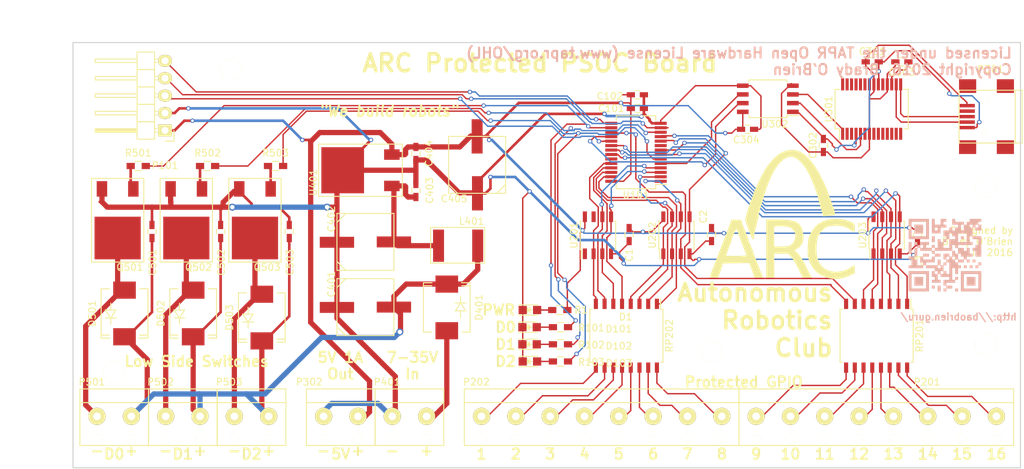
<source format=kicad_pcb>
(kicad_pcb (version 4) (host pcbnew "(2015-11-11 BZR 6310)-product")
  (title_block (title "Rugged PSOC Board") (date 2016-09-12) (rev 1) (company "SIUE ARC") (comment 3 "Copyright 2016, Brady O'Brien") (comment 4 "Licensed under the TAPR Open Hardware License (www.tapr.org/OHL)"))
  (layers (0 F.Cu signal) (31 B.Cu signal) (34 B.Paste user) (35 F.Paste user) (36 B.SilkS user) (37 F.SilkS user) (38 B.Mask user) (39 F.Mask user) (44 Edge.Cuts user))
  (net 0 "")
  (net 1 GND)
  (net 2 /protectedio/IOP1)
  (net 3 /protectedio/IOP2)
  (net 4 /protectedio/IOP3)
  (net 5 /protectedio/IOP4)
  (net 6 /protectedio/IOP5)
  (net 7 /protectedio/IOP6)
  (net 8 /protectedio/IOP7)
  (net 9 /protectedio/IOP8)
  (net 10 "/Isolated Serial/VCCUSB")
  (net 11 "/Isolated Serial/GNDU")
  (net 12 "Net-(C303-Pad1)")
  (net 13 /Power/VIN)
  (net 14 "Net-(D401-Pad2)")
  (net 15 "Net-(D501-Pad2)")
  (net 16 "Net-(D502-Pad2)")
  (net 17 "Net-(D503-Pad2)")
  (net 18 "Net-(P301-Pad2)")
  (net 19 "Net-(P301-Pad3)")
  (net 20 "Net-(P301-Pad4)")
  (net 21 "Net-(P301-Pad6)")
  (net 22 "Net-(Q501-Pad1)")
  (net 23 "Net-(Q502-Pad1)")
  (net 24 "Net-(Q503-Pad1)")
  (net 25 /IO16)
  (net 26 /IO9)
  (net 27 /IO15)
  (net 28 /IO14)
  (net 29 /IO13)
  (net 30 /IO12)
  (net 31 /IO11)
  (net 32 /IO10)
  (net 33 /IO8)
  (net 34 /IO1)
  (net 35 /IO7)
  (net 36 /IO6)
  (net 37 /IO5)
  (net 38 /IO4)
  (net 39 /IO2)
  (net 40 "Net-(U301-Pad1)")
  (net 41 "Net-(U301-Pad2)")
  (net 42 "Net-(U301-Pad3)")
  (net 43 "Net-(U301-Pad5)")
  (net 44 "Net-(U301-Pad6)")
  (net 45 "Net-(U301-Pad8)")
  (net 46 "Net-(U301-Pad9)")
  (net 47 "Net-(U301-Pad10)")
  (net 48 "Net-(U301-Pad11)")
  (net 49 "Net-(U301-Pad12)")
  (net 50 "Net-(U301-Pad13)")
  (net 51 "Net-(U301-Pad14)")
  (net 52 "Net-(U301-Pad19)")
  (net 53 "Net-(U301-Pad22)")
  (net 54 "Net-(U301-Pad23)")
  (net 55 "Net-(U301-Pad27)")
  (net 56 "Net-(U301-Pad28)")
  (net 57 /XRES)
  (net 58 /PSCL)
  (net 59 /PSDA)
  (net 60 "Net-(U101-Pad9)")
  (net 61 "Net-(U101-Pad23)")
  (net 62 /IO3)
  (net 63 /protectedio/IOP9)
  (net 64 /protectedio/IOP10)
  (net 65 /protectedio/IOP11)
  (net 66 /protectedio/IOP12)
  (net 67 /protectedio/IOP13)
  (net 68 /protectedio/IOP14)
  (net 69 /protectedio/IOP15)
  (net 70 /protectedio/IOP16)
  (net 71 "Net-(U201-Pad1)")
  (net 72 "Net-(U201-Pad7)")
  (net 73 /Power/VCC)
  (net 74 "/Low side drivers/VIN")
  (net 75 "Net-(D1-Pad2)")
  (net 76 "Net-(D101-Pad2)")
  (net 77 "Net-(D102-Pad2)")
  (net 78 "Net-(D103-Pad2)")
  (net 79 "/Low side drivers/C0")
  (net 80 "/Low side drivers/C1")
  (net 81 "/Low side drivers/C2")
  (net 82 "/Isolated Serial/TXISO")
  (net 83 "/Isolated Serial/RXISO")
  (module Mounting_Holes:MountingHole_3.2mm_M3 (layer F.Cu) (at 173 89)
    (fp_text reference MH1 hide)
    (fp_text value MountingHole_3.2mm_M3 hide)
    (pad 1 np_thru_hole circle (at 0 0) (size 3.2 3.2) (drill 3.2) (layers *.Cu *.Mask F.SilkS))
  )
  (module Mounting_Holes:MountingHole_3.2mm_M3 (layer F.Cu) (at 86 92)
    (fp_text reference MH1 hide)
    (fp_text value MountingHole_3.2mm_M3 hide)
    (pad 1 np_thru_hole circle (at 0 0) (size 3.2 3.2) (drill 3.2) (layers *.Cu *.Mask F.SilkS))
  )
  (module Mounting_Holes:MountingHole_3.2mm_M3 (layer F.Cu) (at 103 48)
    (fp_text reference MH1 hide)
    (fp_text value MountingHole_3.2mm_M3 hide)
    (pad 1 np_thru_hole circle (at 0 0) (size 3.2 3.2) (drill 3.2) (layers *.Cu *.Mask F.SilkS))
  )
  (module Mounting_Holes:MountingHole_3.2mm_M3 (layer F.Cu) (at 213 65)
    (fp_text reference MH1 hide)
    (fp_text value MountingHole_3.2mm_M3 hide)
    (pad 1 np_thru_hole circle (at 0 0) (size 3.2 3.2) (drill 3.2) (layers *.Cu *.Mask F.SilkS))
  )
  (module Housings_SOIC:SOIC-8_3.9x4.9mm_Pitch1.27mm (layer F.Cu) (at 156.46 72.1 90)
    (fp_text reference U201 (at 0 -3.5 90) (layer F.SilkS))
    (fp_text value SP723)
    (pad 1 smd rect (at -2.7 -1.905 90) (size 1.55 0.6) (layers F.Cu F.Paste F.Mask) (net 71 "Net-(U201-Pad1)"))
    (pad 2 smd rect (at -2.7 -0.635 90) (size 1.55 0.6) (layers F.Cu F.Paste F.Mask) (net 34 /IO1))
    (pad 3 smd rect (at -2.7 0.635 90) (size 1.55 0.6) (layers F.Cu F.Paste F.Mask) (net 62 /IO3))
    (pad 4 smd rect (at -2.7 1.905 90) (size 1.55 0.6) (layers F.Cu F.Paste F.Mask) (net 1 GND))
    (pad 5 smd rect (at 2.7 1.905 90) (size 1.55 0.6) (layers F.Cu F.Paste F.Mask) (net 38 /IO4))
    (pad 6 smd rect (at 2.7 0.635 90) (size 1.55 0.6) (layers F.Cu F.Paste F.Mask) (net 39 /IO2))
    (pad 7 smd rect (at 2.7 -0.635 90) (size 1.55 0.6) (layers F.Cu F.Paste F.Mask) (net 72 "Net-(U201-Pad7)"))
    (pad 8 smd rect (at 2.7 -1.905 90) (size 1.55 0.6) (layers F.Cu F.Paste F.Mask) (net 73 /Power/VCC))
  )
  (module Housings_SOIC:SOIC-8_3.9x4.9mm_Pitch1.27mm (layer F.Cu) (at 167.89 72.1 90)
    (fp_text reference U202 (at 0 -3.5 90) (layer F.SilkS))
    (fp_text value SP723)
    (pad 1 smd rect (at -2.7 -1.905 90) (size 1.55 0.6) (layers F.Cu F.Paste F.Mask) (net 37 /IO5))
    (pad 2 smd rect (at -2.7 -0.635 90) (size 1.55 0.6) (layers F.Cu F.Paste F.Mask) (net 35 /IO7))
    (pad 3 smd rect (at -2.7 0.635 90) (size 1.55 0.6) (layers F.Cu F.Paste F.Mask) (net 26 /IO9))
    (pad 4 smd rect (at -2.7 1.905 90) (size 1.55 0.6) (layers F.Cu F.Paste F.Mask) (net 1 GND))
    (pad 5 smd rect (at 2.7 1.905 90) (size 1.55 0.6) (layers F.Cu F.Paste F.Mask) (net 32 /IO10))
    (pad 6 smd rect (at 2.7 0.635 90) (size 1.55 0.6) (layers F.Cu F.Paste F.Mask) (net 33 /IO8))
    (pad 7 smd rect (at 2.7 -0.635 90) (size 1.55 0.6) (layers F.Cu F.Paste F.Mask) (net 36 /IO6))
    (pad 8 smd rect (at 2.7 -1.905 90) (size 1.55 0.6) (layers F.Cu F.Paste F.Mask) (net 73 /Power/VCC))
  )
  (module Capacitors_SMD:C_0603_HandSoldering (layer F.Cu) (at 196.408 46.814 180)
    (fp_text reference C301 (at 0 1.524 180) (layer F.SilkS))
    (fp_text value .1u)
    (pad 1 smd rect (at -0.95 0 180) (size 1.2 0.75) (layers F.Cu F.Paste F.Mask) (net 10 "/Isolated Serial/VCCUSB"))
    (pad 2 smd rect (at 0.95 0 180) (size 1.2 0.75) (layers F.Cu F.Paste F.Mask) (net 11 "/Isolated Serial/GNDU"))
  )
  (module Capacitors_SMD:C_0603_HandSoldering (layer F.Cu) (at 189.296 59.006 270)
    (fp_text reference C302 (at 0 1.524 270) (layer F.SilkS))
    (fp_text value .1u)
    (pad 1 smd rect (at -0.95 0 270) (size 1.2 0.75) (layers F.Cu F.Paste F.Mask) (net 10 "/Isolated Serial/VCCUSB"))
    (pad 2 smd rect (at 0.95 0 270) (size 1.2 0.75) (layers F.Cu F.Paste F.Mask) (net 11 "/Isolated Serial/GNDU"))
  )
  (module Capacitors_SMD:C_0603_HandSoldering (layer F.Cu) (at 200.726 46.814 180)
    (fp_text reference C303 (at 0 -1.524 180) (layer F.SilkS))
    (fp_text value 1u)
    (pad 1 smd rect (at -0.95 0 180) (size 1.2 0.75) (layers F.Cu F.Paste F.Mask) (net 12 "Net-(C303-Pad1)"))
    (pad 2 smd rect (at 0.95 0 180) (size 1.2 0.75) (layers F.Cu F.Paste F.Mask) (net 11 "/Isolated Serial/GNDU"))
  )
  (module Capacitors_SMD:C_0603_HandSoldering (layer F.Cu) (at 178.25 56.65)
    (fp_text reference C304 (at -0.188 1.524) (layer F.SilkS))
    (fp_text value .1u)
    (pad 1 smd rect (at -0.95 0) (size 1.2 0.75) (layers F.Cu F.Paste F.Mask) (net 73 /Power/VCC))
    (pad 2 smd rect (at 0.95 0) (size 1.2 0.75) (layers F.Cu F.Paste F.Mask) (net 1 GND))
  )
  (module cartboard:CAP_UCD1H470MCL6GS (layer F.Cu) (at 126.74 86.72 90)
    (fp_text reference C401 (at 7.5 -9.1 90) (layer F.SilkS))
    (fp_text value 47u)
    (pad 1 smd rect (at 4.15 0 90) (size 1.6 5) (layers F.Cu F.Paste F.Mask) (net 74 "/Low side drivers/VIN"))
    (pad 2 smd rect (at 4.1 -8.3 90) (size 1.6 5) (layers F.Cu F.Paste F.Mask) (net 1 GND))
  )
  (module cartboard:CAP_UCD1H470MCL6GS (layer F.Cu) (at 126.74 77.22 90)
    (fp_text reference C402 (at 7.5 -9.1 90) (layer F.SilkS))
    (fp_text value 47u)
    (pad 1 smd rect (at 4.15 0 90) (size 1.6 5) (layers F.Cu F.Paste F.Mask) (net 13 /Power/VIN))
    (pad 2 smd rect (at 4.1 -8.3 90) (size 1.6 5) (layers F.Cu F.Paste F.Mask) (net 1 GND))
  )
  (module Capacitors_SMD:C_0603_HandSoldering (layer F.Cu) (at 129.94 65.57 90)
    (fp_text reference C403 (at 0 2 90) (layer F.SilkS))
    (fp_text value .1u)
    (pad 1 smd rect (at -0.95 0 90) (size 1.2 0.75) (layers F.Cu F.Paste F.Mask) (net 13 /Power/VIN))
    (pad 2 smd rect (at 0.95 0 90) (size 1.2 0.75) (layers F.Cu F.Paste F.Mask) (net 1 GND))
  )
  (module Capacitors_SMD:C_0603_HandSoldering (layer F.Cu) (at 129.94 60.17 270)
    (fp_text reference C404 (at 0 -1.9 270) (layer F.SilkS))
    (fp_text value .1u)
    (pad 1 smd rect (at -0.95 0 270) (size 1.2 0.75) (layers F.Cu F.Paste F.Mask) (net 73 /Power/VCC))
    (pad 2 smd rect (at 0.95 0 270) (size 1.2 0.75) (layers F.Cu F.Paste F.Mask) (net 1 GND))
  )
  (module cartboard:CAP_UCD1H470MCL6GS (layer F.Cu) (at 143.01 57.68 180)
    (fp_text reference C405 (at 7.5 -9.1 180) (layer F.SilkS))
    (fp_text value 47u)
    (pad 1 smd rect (at 4.15 0 180) (size 1.6 5) (layers F.Cu F.Paste F.Mask) (net 73 /Power/VCC))
    (pad 2 smd rect (at 4.1 -8.3 180) (size 1.6 5) (layers F.Cu F.Paste F.Mask) (net 1 GND))
  )
  (module Capacitors_SMD:C_0603_HandSoldering (layer F.Cu) (at 91.5 71.55 90)
    (fp_text reference C501 (at -4.5 0.1 90) (layer F.SilkS))
    (fp_text value .1u)
    (pad 1 smd rect (at -0.95 0 90) (size 1.2 0.75) (layers F.Cu F.Paste F.Mask) (net 74 "/Low side drivers/VIN"))
    (pad 2 smd rect (at 0.95 0 90) (size 1.2 0.75) (layers F.Cu F.Paste F.Mask) (net 1 GND))
  )
  (module Capacitors_SMD:C_0603_HandSoldering (layer F.Cu) (at 101.5 71.55 90)
    (fp_text reference C502 (at -4.5 0.1 90) (layer F.SilkS))
    (fp_text value .1u)
    (pad 1 smd rect (at -0.95 0 90) (size 1.2 0.75) (layers F.Cu F.Paste F.Mask) (net 74 "/Low side drivers/VIN"))
    (pad 2 smd rect (at 0.95 0 90) (size 1.2 0.75) (layers F.Cu F.Paste F.Mask) (net 1 GND))
  )
  (module Capacitors_SMD:C_0603_HandSoldering (layer F.Cu) (at 111.5 71.55 90)
    (fp_text reference C503 (at -4.5 0.1 90) (layer F.SilkS))
    (fp_text value .1u)
    (pad 1 smd rect (at -0.95 0 90) (size 1.2 0.75) (layers F.Cu F.Paste F.Mask) (net 74 "/Low side drivers/VIN"))
    (pad 2 smd rect (at 0.95 0 90) (size 1.2 0.75) (layers F.Cu F.Paste F.Mask) (net 1 GND))
  )
  (module cartboard:L_NRS (layer F.Cu) (at 138.94 73.62 180)
    (fp_text reference L401 (at 0.889 3.556 180) (layer F.SilkS))
    (fp_text value .9u)
    (pad 1 smd rect (at 0 0 180) (size 1.6 4.7) (layers F.Cu F.Paste F.Mask) (net 74 "/Low side drivers/VIN"))
    (pad 2 smd rect (at 5.7 0 180) (size 1.6 4.7) (layers F.Cu F.Paste F.Mask) (net 13 /Power/VIN))
  )
  (module Connect:USB_Mini-B (layer F.Cu) (at 213.6509 54.79964 180)
    (fp_text reference P301 (at 0 6.90118 180) (layer F.SilkS))
    (fp_text value USB_OTG)
    (pad 1 smd rect (at 3.44932 -1.6002 180) (size 2.30124 0.50038) (layers F.Cu F.Paste F.Mask) (net 10 "/Isolated Serial/VCCUSB"))
    (pad 2 smd rect (at 3.44932 -0.8001 180) (size 2.30124 0.50038) (layers F.Cu F.Paste F.Mask) (net 18 "Net-(P301-Pad2)"))
    (pad 3 smd rect (at 3.44932 0 180) (size 2.30124 0.50038) (layers F.Cu F.Paste F.Mask) (net 19 "Net-(P301-Pad3)"))
    (pad 4 smd rect (at 3.44932 0.8001 180) (size 2.30124 0.50038) (layers F.Cu F.Paste F.Mask) (net 20 "Net-(P301-Pad4)"))
    (pad 5 smd rect (at 3.44932 1.6002 180) (size 2.30124 0.50038) (layers F.Cu F.Paste F.Mask) (net 11 "/Isolated Serial/GNDU"))
    (pad 6 smd rect (at 3.35026 -4.45008 180) (size 2.49936 1.99898) (layers F.Cu F.Paste F.Mask) (net 21 "Net-(P301-Pad6)"))
    (pad 6 smd rect (at -2.14884 -4.45008 180) (size 2.49936 1.99898) (layers F.Cu F.Paste F.Mask) (net 21 "Net-(P301-Pad6)"))
    (pad 6 smd rect (at 3.35026 4.45008 180) (size 2.49936 1.99898) (layers F.Cu F.Paste F.Mask) (net 21 "Net-(P301-Pad6)"))
    (pad 6 smd rect (at -2.14884 4.45008 180) (size 2.49936 1.99898) (layers F.Cu F.Paste F.Mask) (net 21 "Net-(P301-Pad6)"))
    (pad "" np_thru_hole circle (at 0.8509 -2.19964 180) (size 0.89916 0.89916) (drill 0.89916) (layers *.Cu *.Mask F.SilkS))
    (pad "" np_thru_hole circle (at 0.8509 2.19964 180) (size 0.89916 0.89916) (drill 0.89916) (layers *.Cu *.Mask F.SilkS))
  )
  (module cartboard:D-PAK3 (layer F.Cu) (at 86.5 65.3372 180)
    (fp_text reference Q501 (at -1.778 -11.43 180) (layer F.SilkS))
    (fp_text value NTD3055L104)
    (pad 1 smd rect (at -2.286 0 180) (size 1.524 2.2606) (layers F.Cu F.Paste F.Mask) (net 22 "Net-(Q501-Pad1)"))
    (pad 3 smd rect (at 2.286 0 180) (size 1.524 2.2606) (layers F.Cu F.Paste F.Mask) (net 1 GND))
    (pad 4 smd rect (at 0 -7.1628 180) (size 6.731 6.223) (layers F.Cu F.Paste F.Mask) (net 15 "Net-(D501-Pad2)"))
  )
  (module cartboard:D-PAK3 (layer F.Cu) (at 96.5 65.3372 180)
    (fp_text reference Q502 (at -1.778 -11.43 180) (layer F.SilkS))
    (fp_text value NTD3055L104)
    (pad 1 smd rect (at -2.286 0 180) (size 1.524 2.2606) (layers F.Cu F.Paste F.Mask) (net 23 "Net-(Q502-Pad1)"))
    (pad 3 smd rect (at 2.286 0 180) (size 1.524 2.2606) (layers F.Cu F.Paste F.Mask) (net 1 GND))
    (pad 4 smd rect (at 0 -7.1628 180) (size 6.731 6.223) (layers F.Cu F.Paste F.Mask) (net 16 "Net-(D502-Pad2)"))
  )
  (module cartboard:D-PAK3 (layer F.Cu) (at 106.5 65.3372 180)
    (fp_text reference Q503 (at -1.778 -11.43 180) (layer F.SilkS))
    (fp_text value NTD3055L104)
    (pad 1 smd rect (at -2.286 0 180) (size 1.524 2.2606) (layers F.Cu F.Paste F.Mask) (net 24 "Net-(Q503-Pad1)"))
    (pad 3 smd rect (at 2.286 0 180) (size 1.524 2.2606) (layers F.Cu F.Paste F.Mask) (net 1 GND))
    (pad 4 smd rect (at 0 -7.1628 180) (size 6.731 6.223) (layers F.Cu F.Paste F.Mask) (net 17 "Net-(D503-Pad2)"))
  )
  (module Resistors_SMD:R_0603_HandSoldering (layer F.Cu) (at 89.5 62)
    (fp_text reference R501 (at 0 -1.9) (layer F.SilkS))
    (fp_text value 1K)
    (pad 1 smd rect (at -1.1 0) (size 1.2 0.9) (layers F.Cu F.Paste F.Mask) (net 22 "Net-(Q501-Pad1)"))
    (pad 2 smd rect (at 1.1 0) (size 1.2 0.9) (layers F.Cu F.Paste F.Mask) (net 79 "/Low side drivers/C0"))
  )
  (module Resistors_SMD:R_0603_HandSoldering (layer F.Cu) (at 99.6 62)
    (fp_text reference R502 (at 0 -1.9) (layer F.SilkS))
    (fp_text value 1K)
    (pad 1 smd rect (at -1.1 0) (size 1.2 0.9) (layers F.Cu F.Paste F.Mask) (net 23 "Net-(Q502-Pad1)"))
    (pad 2 smd rect (at 1.1 0) (size 1.2 0.9) (layers F.Cu F.Paste F.Mask) (net 80 "/Low side drivers/C1"))
  )
  (module Resistors_SMD:R_0603_HandSoldering (layer F.Cu) (at 109.5 62)
    (fp_text reference R503 (at 0 -1.9) (layer F.SilkS))
    (fp_text value 1K)
    (pad 1 smd rect (at -1.1 0) (size 1.2 0.9) (layers F.Cu F.Paste F.Mask) (net 24 "Net-(Q503-Pad1)"))
    (pad 2 smd rect (at 1.1 0) (size 1.2 0.9) (layers F.Cu F.Paste F.Mask) (net 81 "/Low side drivers/C2"))
  )
  (module Housings_SOIC:SOIJ-8_5.3x5.3mm_Pitch1.27mm (layer F.Cu) (at 181.2 52.2 180)
    (fp_text reference U302 (at -1.016 -3.68 180) (layer F.SilkS))
    (fp_text value ISO7321)
    (pad 1 smd rect (at -3.65 -1.905 180) (size 1.7 0.65) (layers F.Cu F.Paste F.Mask) (net 10 "/Isolated Serial/VCCUSB"))
    (pad 2 smd rect (at -3.65 -0.635 180) (size 1.7 0.65) (layers F.Cu F.Paste F.Mask) (net 43 "Net-(U301-Pad5)"))
    (pad 3 smd rect (at -3.65 0.635 180) (size 1.7 0.65) (layers F.Cu F.Paste F.Mask) (net 40 "Net-(U301-Pad1)"))
    (pad 4 smd rect (at -3.65 1.905 180) (size 1.7 0.65) (layers F.Cu F.Paste F.Mask) (net 11 "/Isolated Serial/GNDU"))
    (pad 5 smd rect (at 3.65 1.905 180) (size 1.7 0.65) (layers F.Cu F.Paste F.Mask) (net 1 GND))
    (pad 6 smd rect (at 3.65 0.635 180) (size 1.7 0.65) (layers F.Cu F.Paste F.Mask) (net 82 "/Isolated Serial/TXISO"))
    (pad 7 smd rect (at 3.65 -0.635 180) (size 1.7 0.65) (layers F.Cu F.Paste F.Mask) (net 83 "/Isolated Serial/RXISO"))
    (pad 8 smd rect (at 3.65 -1.905 180) (size 1.7 0.65) (layers F.Cu F.Paste F.Mask) (net 73 /Power/VCC))
  )
  (module cartboard:D-PAK3 (layer F.Cu) (at 126.44 62.62 90)
    (fp_text reference U401 (at -1.778 -11.43 90) (layer F.SilkS))
    (fp_text value MC7805CDTRKG)
    (pad 1 smd rect (at -2.286 0 90) (size 1.524 2.2606) (layers F.Cu F.Paste F.Mask) (net 13 /Power/VIN))
    (pad 3 smd rect (at 2.286 0 90) (size 1.524 2.2606) (layers F.Cu F.Paste F.Mask) (net 73 /Power/VCC))
    (pad 4 smd rect (at 0 -7.1628 90) (size 6.731 6.223) (layers F.Cu F.Paste F.Mask) (net 1 GND))
  )
  (module Diodes_SMD:SMC_Standard (layer F.Cu) (at 134.44 82.62 270)
    (fp_text reference D401 (at 0 -4.7 270) (layer F.SilkS))
    (fp_text value MBRS340T3G)
    (pad 1 smd rect (at -3.40106 0) (size 3.29946 2.49936) (layers F.Cu F.Paste F.Mask) (net 74 "/Low side drivers/VIN"))
    (pad 2 smd rect (at 3.40106 0) (size 3.29946 2.49936) (layers F.Cu F.Paste F.Mask) (net 14 "Net-(D401-Pad2)"))
  )
  (module Diodes_SMD:SMC_Standard (layer F.Cu) (at 87.5 83.5 90)
    (fp_text reference D501 (at 0 -4.7 90) (layer F.SilkS))
    (fp_text value MBRS340T3G)
    (pad 1 smd rect (at -3.40106 0 180) (size 3.29946 2.49936) (layers F.Cu F.Paste F.Mask) (net 74 "/Low side drivers/VIN"))
    (pad 2 smd rect (at 3.40106 0 180) (size 3.29946 2.49936) (layers F.Cu F.Paste F.Mask) (net 15 "Net-(D501-Pad2)"))
  )
  (module Diodes_SMD:SMC_Standard (layer F.Cu) (at 97.5 83.5 90)
    (fp_text reference D502 (at 0 -4.7 90) (layer F.SilkS))
    (fp_text value MBRS340T3G)
    (pad 1 smd rect (at -3.40106 0 180) (size 3.29946 2.49936) (layers F.Cu F.Paste F.Mask) (net 74 "/Low side drivers/VIN"))
    (pad 2 smd rect (at 3.40106 0 180) (size 3.29946 2.49936) (layers F.Cu F.Paste F.Mask) (net 16 "Net-(D502-Pad2)"))
  )
  (module Diodes_SMD:SMC_Standard (layer F.Cu) (at 107.5 84.09894 90)
    (fp_text reference D503 (at 0 -4.7 90) (layer F.SilkS))
    (fp_text value MBRS340T3G)
    (pad 1 smd rect (at -3.40106 0 180) (size 3.29946 2.49936) (layers F.Cu F.Paste F.Mask) (net 74 "/Low side drivers/VIN"))
    (pad 2 smd rect (at 3.40106 0 180) (size 3.29946 2.49936) (layers F.Cu F.Paste F.Mask) (net 17 "Net-(D503-Pad2)"))
  )
  (module Capacitors_SMD:C_0603_HandSoldering (layer F.Cu) (at 162.198321 53.614355)
    (fp_text reference C101 (at -3.8 0) (layer F.SilkS))
    (fp_text value .1u)
    (pad 1 smd rect (at -0.95 0) (size 1.2 0.75) (layers F.Cu F.Paste F.Mask) (net 73 /Power/VCC))
    (pad 2 smd rect (at 0.95 0) (size 1.2 0.75) (layers F.Cu F.Paste F.Mask) (net 1 GND))
  )
  (module Capacitors_SMD:C_0603_HandSoldering (layer F.Cu) (at 162.198321 51.614355)
    (fp_text reference C102 (at -4 0.2) (layer F.SilkS))
    (fp_text value .1u)
    (pad 1 smd rect (at -0.95 0) (size 1.2 0.75) (layers F.Cu F.Paste F.Mask) (net 73 /Power/VCC))
    (pad 2 smd rect (at 0.95 0) (size 1.2 0.75) (layers F.Cu F.Paste F.Mask) (net 1 GND))
  )
  (module Pin_Headers:Pin_Header_Angled_1x05 (layer F.Cu) (at 93.4 56.82 180)
    (fp_text reference P101 (at 0 -5.1 180) (layer F.SilkS))
    (fp_text value CONN_01X05)
    (pad 1 thru_hole rect (at 0 0 180) (size 2.032 1.7272) (drill 1.016) (layers *.Cu *.Mask F.SilkS) (net 73 /Power/VCC))
    (pad 2 thru_hole oval (at 0 2.54 180) (size 2.032 1.7272) (drill 1.016) (layers *.Cu *.Mask F.SilkS) (net 1 GND))
    (pad 3 thru_hole oval (at 0 5.08 180) (size 2.032 1.7272) (drill 1.016) (layers *.Cu *.Mask F.SilkS) (net 57 /XRES))
    (pad 4 thru_hole oval (at 0 7.62 180) (size 2.032 1.7272) (drill 1.016) (layers *.Cu *.Mask F.SilkS) (net 58 /PSCL))
    (pad 5 thru_hole oval (at 0 10.16 180) (size 2.032 1.7272) (drill 1.016) (layers *.Cu *.Mask F.SilkS) (net 59 /PSDA))
  )
  (module Housings_SSOP:SSOP-28_5.3x10.2mm_Pitch0.65mm (layer F.Cu) (at 162 60 180)
    (fp_text reference U101 (at 0 -6.25 180) (layer F.SilkS))
    (fp_text value CY8C29466)
    (pad 1 smd rect (at -3.6 -4.225 180) (size 1.75 0.45) (layers F.Cu F.Paste F.Mask) (net 33 /IO8))
    (pad 2 smd rect (at -3.6 -3.575 180) (size 1.75 0.45) (layers F.Cu F.Paste F.Mask) (net 36 /IO6))
    (pad 3 smd rect (at -3.6 -2.925 180) (size 1.75 0.45) (layers F.Cu F.Paste F.Mask) (net 38 /IO4))
    (pad 4 smd rect (at -3.6 -2.275 180) (size 1.75 0.45) (layers F.Cu F.Paste F.Mask) (net 39 /IO2))
    (pad 5 smd rect (at -3.6 -1.625 180) (size 1.75 0.45) (layers F.Cu F.Paste F.Mask) (net 82 "/Isolated Serial/TXISO"))
    (pad 6 smd rect (at -3.6 -0.975 180) (size 1.75 0.45) (layers F.Cu F.Paste F.Mask) (net 81 "/Low side drivers/C2"))
    (pad 7 smd rect (at -3.6 -0.325 180) (size 1.75 0.45) (layers F.Cu F.Paste F.Mask) (net 27 /IO15))
    (pad 8 smd rect (at -3.6 0.325 180) (size 1.75 0.45) (layers F.Cu F.Paste F.Mask) (net 29 /IO13))
    (pad 9 smd rect (at -3.6 0.975 180) (size 1.75 0.45) (layers F.Cu F.Paste F.Mask) (net 60 "Net-(U101-Pad9)"))
    (pad 10 smd rect (at -3.6 1.625 180) (size 1.75 0.45) (layers F.Cu F.Paste F.Mask) (net 31 /IO11))
    (pad 11 smd rect (at -3.6 2.275 180) (size 1.75 0.45) (layers F.Cu F.Paste F.Mask) (net 32 /IO10))
    (pad 12 smd rect (at -3.6 2.925 180) (size 1.75 0.45) (layers F.Cu F.Paste F.Mask) (net 80 "/Low side drivers/C1"))
    (pad 13 smd rect (at -3.6 3.575 180) (size 1.75 0.45) (layers F.Cu F.Paste F.Mask) (net 58 /PSCL))
    (pad 14 smd rect (at -3.6 4.225 180) (size 1.75 0.45) (layers F.Cu F.Paste F.Mask) (net 1 GND))
    (pad 15 smd rect (at 3.6 4.225 180) (size 1.75 0.45) (layers F.Cu F.Paste F.Mask) (net 59 /PSDA))
    (pad 16 smd rect (at 3.6 3.575 180) (size 1.75 0.45) (layers F.Cu F.Paste F.Mask) (net 79 "/Low side drivers/C0"))
    (pad 17 smd rect (at 3.6 2.925 180) (size 1.75 0.45) (layers F.Cu F.Paste F.Mask) (net 26 /IO9))
    (pad 18 smd rect (at 3.6 2.275 180) (size 1.75 0.45) (layers F.Cu F.Paste F.Mask) (net 83 "/Isolated Serial/RXISO"))
    (pad 19 smd rect (at 3.6 1.625 180) (size 1.75 0.45) (layers F.Cu F.Paste F.Mask) (net 57 /XRES))
    (pad 20 smd rect (at 3.6 0.975 180) (size 1.75 0.45) (layers F.Cu F.Paste F.Mask) (net 30 /IO12))
    (pad 21 smd rect (at 3.6 0.325 180) (size 1.75 0.45) (layers F.Cu F.Paste F.Mask) (net 28 /IO14))
    (pad 22 smd rect (at 3.6 -0.325 180) (size 1.75 0.45) (layers F.Cu F.Paste F.Mask) (net 25 /IO16))
    (pad 23 smd rect (at 3.6 -0.975 180) (size 1.75 0.45) (layers F.Cu F.Paste F.Mask) (net 61 "Net-(U101-Pad23)"))
    (pad 24 smd rect (at 3.6 -1.625 180) (size 1.75 0.45) (layers F.Cu F.Paste F.Mask) (net 34 /IO1))
    (pad 25 smd rect (at 3.6 -2.275 180) (size 1.75 0.45) (layers F.Cu F.Paste F.Mask) (net 62 /IO3))
    (pad 26 smd rect (at 3.6 -2.925 180) (size 1.75 0.45) (layers F.Cu F.Paste F.Mask) (net 37 /IO5))
    (pad 27 smd rect (at 3.6 -3.575 180) (size 1.75 0.45) (layers F.Cu F.Paste F.Mask) (net 35 /IO7))
    (pad 28 smd rect (at 3.6 -4.225 180) (size 1.75 0.45) (layers F.Cu F.Paste F.Mask) (net 73 /Power/VCC))
  )
  (module Housings_SOIC:SOIC-16_7.5x10.3mm_Pitch1.27mm (layer F.Cu) (at 197.045 86.75 270)
    (fp_text reference RP201 (at 0 -6.25 270) (layer F.SilkS))
    (fp_text value 1K)
    (pad 1 smd rect (at -4.65 -4.445 270) (size 1.5 0.6) (layers F.Cu F.Paste F.Mask) (net 25 /IO16))
    (pad 2 smd rect (at -4.65 -3.175 270) (size 1.5 0.6) (layers F.Cu F.Paste F.Mask) (net 27 /IO15))
    (pad 3 smd rect (at -4.65 -1.905 270) (size 1.5 0.6) (layers F.Cu F.Paste F.Mask) (net 28 /IO14))
    (pad 4 smd rect (at -4.65 -0.635 270) (size 1.5 0.6) (layers F.Cu F.Paste F.Mask) (net 29 /IO13))
    (pad 5 smd rect (at -4.65 0.635 270) (size 1.5 0.6) (layers F.Cu F.Paste F.Mask) (net 30 /IO12))
    (pad 6 smd rect (at -4.65 1.905 270) (size 1.5 0.6) (layers F.Cu F.Paste F.Mask) (net 31 /IO11))
    (pad 7 smd rect (at -4.65 3.175 270) (size 1.5 0.6) (layers F.Cu F.Paste F.Mask) (net 32 /IO10))
    (pad 8 smd rect (at -4.65 4.445 270) (size 1.5 0.6) (layers F.Cu F.Paste F.Mask) (net 26 /IO9))
    (pad 9 smd rect (at 4.65 4.445 270) (size 1.5 0.6) (layers F.Cu F.Paste F.Mask) (net 63 /protectedio/IOP9))
    (pad 10 smd rect (at 4.65 3.175 270) (size 1.5 0.6) (layers F.Cu F.Paste F.Mask) (net 64 /protectedio/IOP10))
    (pad 11 smd rect (at 4.65 1.905 270) (size 1.5 0.6) (layers F.Cu F.Paste F.Mask) (net 65 /protectedio/IOP11))
    (pad 12 smd rect (at 4.65 0.635 270) (size 1.5 0.6) (layers F.Cu F.Paste F.Mask) (net 66 /protectedio/IOP12))
    (pad 13 smd rect (at 4.65 -0.635 270) (size 1.5 0.6) (layers F.Cu F.Paste F.Mask) (net 67 /protectedio/IOP13))
    (pad 14 smd rect (at 4.65 -1.905 270) (size 1.5 0.6) (layers F.Cu F.Paste F.Mask) (net 68 /protectedio/IOP14))
    (pad 15 smd rect (at 4.65 -3.175 270) (size 1.5 0.6) (layers F.Cu F.Paste F.Mask) (net 69 /protectedio/IOP15))
    (pad 16 smd rect (at 4.65 -4.445 270) (size 1.5 0.6) (layers F.Cu F.Paste F.Mask) (net 70 /protectedio/IOP16))
  )
  (module Housings_SOIC:SOIC-16_7.5x10.3mm_Pitch1.27mm (layer F.Cu) (at 160.6 86.75 270)
    (fp_text reference RP202 (at 0 -6.25 270) (layer F.SilkS))
    (fp_text value 1K)
    (pad 1 smd rect (at -4.65 -4.445 270) (size 1.5 0.6) (layers F.Cu F.Paste F.Mask) (net 33 /IO8))
    (pad 2 smd rect (at -4.65 -3.175 270) (size 1.5 0.6) (layers F.Cu F.Paste F.Mask) (net 35 /IO7))
    (pad 3 smd rect (at -4.65 -1.905 270) (size 1.5 0.6) (layers F.Cu F.Paste F.Mask) (net 36 /IO6))
    (pad 4 smd rect (at -4.65 -0.635 270) (size 1.5 0.6) (layers F.Cu F.Paste F.Mask) (net 37 /IO5))
    (pad 5 smd rect (at -4.65 0.635 270) (size 1.5 0.6) (layers F.Cu F.Paste F.Mask) (net 38 /IO4))
    (pad 6 smd rect (at -4.65 1.905 270) (size 1.5 0.6) (layers F.Cu F.Paste F.Mask) (net 62 /IO3))
    (pad 7 smd rect (at -4.65 3.175 270) (size 1.5 0.6) (layers F.Cu F.Paste F.Mask) (net 39 /IO2))
    (pad 8 smd rect (at -4.65 4.445 270) (size 1.5 0.6) (layers F.Cu F.Paste F.Mask) (net 34 /IO1))
    (pad 9 smd rect (at 4.65 4.445 270) (size 1.5 0.6) (layers F.Cu F.Paste F.Mask) (net 2 /protectedio/IOP1))
    (pad 10 smd rect (at 4.65 3.175 270) (size 1.5 0.6) (layers F.Cu F.Paste F.Mask) (net 3 /protectedio/IOP2))
    (pad 11 smd rect (at 4.65 1.905 270) (size 1.5 0.6) (layers F.Cu F.Paste F.Mask) (net 4 /protectedio/IOP3))
    (pad 12 smd rect (at 4.65 0.635 270) (size 1.5 0.6) (layers F.Cu F.Paste F.Mask) (net 5 /protectedio/IOP4))
    (pad 13 smd rect (at 4.65 -0.635 270) (size 1.5 0.6) (layers F.Cu F.Paste F.Mask) (net 6 /protectedio/IOP5))
    (pad 14 smd rect (at 4.65 -1.905 270) (size 1.5 0.6) (layers F.Cu F.Paste F.Mask) (net 7 /protectedio/IOP6))
    (pad 15 smd rect (at 4.65 -3.175 270) (size 1.5 0.6) (layers F.Cu F.Paste F.Mask) (net 8 /protectedio/IOP7))
    (pad 16 smd rect (at 4.65 -4.445 270) (size 1.5 0.6) (layers F.Cu F.Paste F.Mask) (net 9 /protectedio/IOP8))
  )
  (module Housings_SOIC:SOIC-8_3.9x4.9mm_Pitch1.27mm (layer F.Cu) (at 198.505 72.1 90)
    (fp_text reference U203 (at 0 -3.5 90) (layer F.SilkS))
    (fp_text value SP723)
    (pad 1 smd rect (at -2.7 -1.905 90) (size 1.55 0.6) (layers F.Cu F.Paste F.Mask) (net 31 /IO11))
    (pad 2 smd rect (at -2.7 -0.635 90) (size 1.55 0.6) (layers F.Cu F.Paste F.Mask) (net 29 /IO13))
    (pad 3 smd rect (at -2.7 0.635 90) (size 1.55 0.6) (layers F.Cu F.Paste F.Mask) (net 27 /IO15))
    (pad 4 smd rect (at -2.7 1.905 90) (size 1.55 0.6) (layers F.Cu F.Paste F.Mask) (net 1 GND))
    (pad 5 smd rect (at 2.7 1.905 90) (size 1.55 0.6) (layers F.Cu F.Paste F.Mask) (net 25 /IO16))
    (pad 6 smd rect (at 2.7 0.635 90) (size 1.55 0.6) (layers F.Cu F.Paste F.Mask) (net 28 /IO14))
    (pad 7 smd rect (at 2.7 -0.635 90) (size 1.55 0.6) (layers F.Cu F.Paste F.Mask) (net 30 /IO12))
    (pad 8 smd rect (at 2.7 -1.905 90) (size 1.55 0.6) (layers F.Cu F.Paste F.Mask) (net 73 /Power/VCC))
  )
  (module Capacitors_SMD:C_0603_HandSoldering (layer F.Cu) (at 161 72 270)
    (fp_text reference C1 (at 3 0 270) (layer F.SilkS))
    (fp_text value .1u)
    (pad 1 smd rect (at -0.95 0 270) (size 1.2 0.75) (layers F.Cu F.Paste F.Mask) (net 73 /Power/VCC))
    (pad 2 smd rect (at 0.95 0 270) (size 1.2 0.75) (layers F.Cu F.Paste F.Mask) (net 1 GND))
  )
  (module Capacitors_SMD:C_0603_HandSoldering (layer F.Cu) (at 173 72 270)
    (fp_text reference C2 (at -2.6 1.2 270) (layer F.SilkS))
    (fp_text value .1u)
    (pad 1 smd rect (at -0.95 0 270) (size 1.2 0.75) (layers F.Cu F.Paste F.Mask) (net 73 /Power/VCC))
    (pad 2 smd rect (at 0.95 0 270) (size 1.2 0.75) (layers F.Cu F.Paste F.Mask) (net 1 GND))
  )
  (module Capacitors_SMD:C_0603_HandSoldering (layer F.Cu) (at 203 72.1648 270)
    (fp_text reference C3 (at 3.8352 -0.1648 270) (layer F.SilkS))
    (fp_text value .1u)
    (pad 1 smd rect (at -0.95 0 270) (size 1.2 0.75) (layers F.Cu F.Paste F.Mask) (net 73 /Power/VCC))
    (pad 2 smd rect (at 0.95 0 270) (size 1.2 0.75) (layers F.Cu F.Paste F.Mask) (net 1 GND))
  )
  (module cartboard:TE_TERMBLOCK_5mmx8_282836-8 (layer F.Cu) (at 179.5 98.5)
    (fp_text reference P201 (at 24.9 -5) (layer F.SilkS))
    (fp_text value CONN_01X08 hide)
    (pad "" np_thru_hole circle (at 0 3.3) (size 1.4 1.4) (drill 1.4) (layers *.Cu *.Mask F.SilkS))
    (pad 2 thru_hole circle (at 5 0) (size 2.5 2.5) (drill 1.1) (layers *.Cu *.Mask F.SilkS) (net 64 /protectedio/IOP10))
    (pad 3 thru_hole circle (at 10 0) (size 2.5 2.5) (drill 1.1) (layers *.Cu *.Mask F.SilkS) (net 65 /protectedio/IOP11))
    (pad 4 thru_hole circle (at 15 0) (size 2.5 2.5) (drill 1.1) (layers *.Cu *.Mask F.SilkS) (net 66 /protectedio/IOP12))
    (pad 5 thru_hole circle (at 20 0) (size 2.5 2.5) (drill 1.1) (layers *.Cu *.Mask F.SilkS) (net 67 /protectedio/IOP13))
    (pad 6 thru_hole circle (at 25 0) (size 2.5 2.5) (drill 1.1) (layers *.Cu *.Mask F.SilkS) (net 68 /protectedio/IOP14))
    (pad 7 thru_hole circle (at 30 0) (size 2.5 2.5) (drill 1.1) (layers *.Cu *.Mask F.SilkS) (net 69 /protectedio/IOP15))
    (pad 8 thru_hole circle (at 35 0) (size 2.5 2.5) (drill 1.1) (layers *.Cu *.Mask F.SilkS) (net 70 /protectedio/IOP16))
    (pad 1 thru_hole circle (at 0 0) (size 2.5 2.5) (drill 1.1) (layers *.Cu *.Mask F.SilkS) (net 63 /protectedio/IOP9))
    (pad "" np_thru_hole circle (at 5 3.3) (size 1.4 1.4) (drill 1.4) (layers *.Cu *.Mask F.SilkS))
    (pad "" np_thru_hole circle (at 10 3.3) (size 1.4 1.4) (drill 1.4) (layers *.Cu *.Mask F.SilkS))
    (pad "" np_thru_hole circle (at 15 3.3) (size 1.4 1.4) (drill 1.4) (layers *.Cu *.Mask F.SilkS))
    (pad "" np_thru_hole circle (at 20 3.3) (size 1.4 1.4) (drill 1.4) (layers *.Cu *.Mask F.SilkS))
    (pad "" np_thru_hole circle (at 25 3.3) (size 1.4 1.4) (drill 1.4) (layers *.Cu *.Mask F.SilkS))
    (pad "" np_thru_hole circle (at 30 3.3) (size 1.4 1.4) (drill 1.4) (layers *.Cu *.Mask F.SilkS))
    (pad "" np_thru_hole circle (at 35 3.3) (size 1.4 1.4) (drill 1.4) (layers *.Cu *.Mask F.SilkS))
  )
  (module cartboard:TE_TERMBLOCK_5mmx8_282836-8 (layer F.Cu) (at 139.5 98.5)
    (fp_text reference P202 (at -0.75 -5) (layer F.SilkS))
    (fp_text value CONN_01X08 hide)
    (pad "" np_thru_hole circle (at 0 3.3) (size 1.4 1.4) (drill 1.4) (layers *.Cu *.Mask F.SilkS))
    (pad 2 thru_hole circle (at 5 0) (size 2.5 2.5) (drill 1.1) (layers *.Cu *.Mask F.SilkS) (net 3 /protectedio/IOP2))
    (pad 3 thru_hole circle (at 10 0) (size 2.5 2.5) (drill 1.1) (layers *.Cu *.Mask F.SilkS) (net 4 /protectedio/IOP3))
    (pad 4 thru_hole circle (at 15 0) (size 2.5 2.5) (drill 1.1) (layers *.Cu *.Mask F.SilkS) (net 5 /protectedio/IOP4))
    (pad 5 thru_hole circle (at 20 0) (size 2.5 2.5) (drill 1.1) (layers *.Cu *.Mask F.SilkS) (net 6 /protectedio/IOP5))
    (pad 6 thru_hole circle (at 25 0) (size 2.5 2.5) (drill 1.1) (layers *.Cu *.Mask F.SilkS) (net 7 /protectedio/IOP6))
    (pad 7 thru_hole circle (at 30 0) (size 2.5 2.5) (drill 1.1) (layers *.Cu *.Mask F.SilkS) (net 8 /protectedio/IOP7))
    (pad 8 thru_hole circle (at 35 0) (size 2.5 2.5) (drill 1.1) (layers *.Cu *.Mask F.SilkS) (net 9 /protectedio/IOP8))
    (pad 1 thru_hole circle (at 0 0) (size 2.5 2.5) (drill 1.1) (layers *.Cu *.Mask F.SilkS) (net 2 /protectedio/IOP1))
    (pad "" np_thru_hole circle (at 5 3.3) (size 1.4 1.4) (drill 1.4) (layers *.Cu *.Mask F.SilkS))
    (pad "" np_thru_hole circle (at 10 3.3) (size 1.4 1.4) (drill 1.4) (layers *.Cu *.Mask F.SilkS))
    (pad "" np_thru_hole circle (at 15 3.3) (size 1.4 1.4) (drill 1.4) (layers *.Cu *.Mask F.SilkS))
    (pad "" np_thru_hole circle (at 20 3.3) (size 1.4 1.4) (drill 1.4) (layers *.Cu *.Mask F.SilkS))
    (pad "" np_thru_hole circle (at 25 3.3) (size 1.4 1.4) (drill 1.4) (layers *.Cu *.Mask F.SilkS))
    (pad "" np_thru_hole circle (at 30 3.3) (size 1.4 1.4) (drill 1.4) (layers *.Cu *.Mask F.SilkS))
    (pad "" np_thru_hole circle (at 35 3.3) (size 1.4 1.4) (drill 1.4) (layers *.Cu *.Mask F.SilkS))
  )
  (module Housings_SSOP:SSOP-28_5.3x10.2mm_Pitch0.65mm (layer F.Cu) (at 196.325 53.7 90)
    (fp_text reference U301 (at 0 -6.25 90) (layer F.SilkS))
    (fp_text value CY7C65213-28)
    (pad 1 smd rect (at -3.6 -4.225 90) (size 1.75 0.45) (layers F.Cu F.Paste F.Mask) (net 40 "Net-(U301-Pad1)"))
    (pad 2 smd rect (at -3.6 -3.575 90) (size 1.75 0.45) (layers F.Cu F.Paste F.Mask) (net 41 "Net-(U301-Pad2)"))
    (pad 3 smd rect (at -3.6 -2.925 90) (size 1.75 0.45) (layers F.Cu F.Paste F.Mask) (net 42 "Net-(U301-Pad3)"))
    (pad 4 smd rect (at -3.6 -2.275 90) (size 1.75 0.45) (layers F.Cu F.Paste F.Mask) (net 10 "/Isolated Serial/VCCUSB"))
    (pad 5 smd rect (at -3.6 -1.625 90) (size 1.75 0.45) (layers F.Cu F.Paste F.Mask) (net 43 "Net-(U301-Pad5)"))
    (pad 6 smd rect (at -3.6 -0.975 90) (size 1.75 0.45) (layers F.Cu F.Paste F.Mask) (net 44 "Net-(U301-Pad6)"))
    (pad 7 smd rect (at -3.6 -0.325 90) (size 1.75 0.45) (layers F.Cu F.Paste F.Mask) (net 11 "/Isolated Serial/GNDU"))
    (pad 8 smd rect (at -3.6 0.325 90) (size 1.75 0.45) (layers F.Cu F.Paste F.Mask) (net 45 "Net-(U301-Pad8)"))
    (pad 9 smd rect (at -3.6 0.975 90) (size 1.75 0.45) (layers F.Cu F.Paste F.Mask) (net 46 "Net-(U301-Pad9)"))
    (pad 10 smd rect (at -3.6 1.625 90) (size 1.75 0.45) (layers F.Cu F.Paste F.Mask) (net 47 "Net-(U301-Pad10)"))
    (pad 11 smd rect (at -3.6 2.275 90) (size 1.75 0.45) (layers F.Cu F.Paste F.Mask) (net 48 "Net-(U301-Pad11)"))
    (pad 12 smd rect (at -3.6 2.925 90) (size 1.75 0.45) (layers F.Cu F.Paste F.Mask) (net 49 "Net-(U301-Pad12)"))
    (pad 13 smd rect (at -3.6 3.575 90) (size 1.75 0.45) (layers F.Cu F.Paste F.Mask) (net 50 "Net-(U301-Pad13)"))
    (pad 14 smd rect (at -3.6 4.225 90) (size 1.75 0.45) (layers F.Cu F.Paste F.Mask) (net 51 "Net-(U301-Pad14)"))
    (pad 15 smd rect (at 3.6 4.225 90) (size 1.75 0.45) (layers F.Cu F.Paste F.Mask) (net 19 "Net-(P301-Pad3)"))
    (pad 16 smd rect (at 3.6 3.575 90) (size 1.75 0.45) (layers F.Cu F.Paste F.Mask) (net 18 "Net-(P301-Pad2)"))
    (pad 17 smd rect (at 3.6 2.925 90) (size 1.75 0.45) (layers F.Cu F.Paste F.Mask) (net 12 "Net-(C303-Pad1)"))
    (pad 18 smd rect (at 3.6 2.275 90) (size 1.75 0.45) (layers F.Cu F.Paste F.Mask) (net 11 "/Isolated Serial/GNDU"))
    (pad 19 smd rect (at 3.6 1.625 90) (size 1.75 0.45) (layers F.Cu F.Paste F.Mask) (net 52 "Net-(U301-Pad19)"))
    (pad 20 smd rect (at 3.6 0.975 90) (size 1.75 0.45) (layers F.Cu F.Paste F.Mask) (net 10 "/Isolated Serial/VCCUSB"))
    (pad 21 smd rect (at 3.6 0.325 90) (size 1.75 0.45) (layers F.Cu F.Paste F.Mask) (net 11 "/Isolated Serial/GNDU"))
    (pad 22 smd rect (at 3.6 -0.325 90) (size 1.75 0.45) (layers F.Cu F.Paste F.Mask) (net 53 "Net-(U301-Pad22)"))
    (pad 23 smd rect (at 3.6 -0.975 90) (size 1.75 0.45) (layers F.Cu F.Paste F.Mask) (net 54 "Net-(U301-Pad23)"))
    (pad 24 smd rect (at 3.6 -1.625 90) (size 1.75 0.45) (layers F.Cu F.Paste F.Mask))
    (pad 25 smd rect (at 3.6 -2.275 90) (size 1.75 0.45) (layers F.Cu F.Paste F.Mask))
    (pad 26 smd rect (at 3.6 -2.925 90) (size 1.75 0.45) (layers F.Cu F.Paste F.Mask))
    (pad 27 smd rect (at 3.6 -3.575 90) (size 1.75 0.45) (layers F.Cu F.Paste F.Mask) (net 55 "Net-(U301-Pad27)"))
    (pad 28 smd rect (at 3.6 -4.225 90) (size 1.75 0.45) (layers F.Cu F.Paste F.Mask) (net 56 "Net-(U301-Pad28)"))
  )
  (module cartboard:TE_TERMBLOCK_5mmx2_282836-2 (layer F.Cu) (at 116.5 98.5)
    (fp_text reference P302 (at -2.1 -5) (layer F.SilkS))
    (fp_text value CONN_01X02 hide)
    (pad "" np_thru_hole circle (at 0 3.3) (size 1.4 1.4) (drill 1.4) (layers *.Cu *.Mask F.SilkS))
    (pad 2 thru_hole circle (at 5 0) (size 2.5 2.5) (drill 1.1) (layers *.Cu *.Mask F.SilkS) (net 73 /Power/VCC))
    (pad 1 thru_hole circle (at 0 0) (size 2.5 2.5) (drill 1.1) (layers *.Cu *.Mask F.SilkS) (net 1 GND))
    (pad "" np_thru_hole circle (at 5 3.3) (size 1.4 1.4) (drill 1.4) (layers *.Cu *.Mask F.SilkS))
  )
  (module cartboard:TE_TERMBLOCK_5mmx2_282836-2 (layer F.Cu) (at 126.5 98.5)
    (fp_text reference P401 (at -0.75 -5) (layer F.SilkS))
    (fp_text value CONN_01X02 hide)
    (pad "" np_thru_hole circle (at 0 3.3) (size 1.4 1.4) (drill 1.4) (layers *.Cu *.Mask F.SilkS))
    (pad 2 thru_hole circle (at 5 0) (size 2.5 2.5) (drill 1.1) (layers *.Cu *.Mask F.SilkS) (net 14 "Net-(D401-Pad2)"))
    (pad 1 thru_hole circle (at 0 0) (size 2.5 2.5) (drill 1.1) (layers *.Cu *.Mask F.SilkS) (net 1 GND))
    (pad "" np_thru_hole circle (at 5 3.3) (size 1.4 1.4) (drill 1.4) (layers *.Cu *.Mask F.SilkS))
  )
  (module cartboard:TE_TERMBLOCK_5mmx2_282836-2 (layer F.Cu) (at 83.5 98.5)
    (fp_text reference P501 (at -0.75 -5) (layer F.SilkS))
    (fp_text value CONN_01X02 hide)
    (pad "" np_thru_hole circle (at 0 3.3) (size 1.4 1.4) (drill 1.4) (layers *.Cu *.Mask F.SilkS))
    (pad 2 thru_hole circle (at 5 0) (size 2.5 2.5) (drill 1.1) (layers *.Cu *.Mask F.SilkS) (net 74 "/Low side drivers/VIN"))
    (pad 1 thru_hole circle (at 0 0) (size 2.5 2.5) (drill 1.1) (layers *.Cu *.Mask F.SilkS) (net 15 "Net-(D501-Pad2)"))
    (pad "" np_thru_hole circle (at 5 3.3) (size 1.4 1.4) (drill 1.4) (layers *.Cu *.Mask F.SilkS))
  )
  (module cartboard:TE_TERMBLOCK_5mmx2_282836-2 (layer F.Cu) (at 93.5 98.5)
    (fp_text reference P502 (at -0.75 -5) (layer F.SilkS))
    (fp_text value CONN_01X02 hide)
    (pad "" np_thru_hole circle (at 0 3.3) (size 1.4 1.4) (drill 1.4) (layers *.Cu *.Mask F.SilkS))
    (pad 2 thru_hole circle (at 5 0) (size 2.5 2.5) (drill 1.1) (layers *.Cu *.Mask F.SilkS) (net 74 "/Low side drivers/VIN"))
    (pad 1 thru_hole circle (at 0 0) (size 2.5 2.5) (drill 1.1) (layers *.Cu *.Mask F.SilkS) (net 16 "Net-(D502-Pad2)"))
    (pad "" np_thru_hole circle (at 5 3.3) (size 1.4 1.4) (drill 1.4) (layers *.Cu *.Mask F.SilkS))
  )
  (module cartboard:TE_TERMBLOCK_5mmx2_282836-2 (layer F.Cu) (at 103.5 98.5)
    (fp_text reference P503 (at -0.75 -5) (layer F.SilkS))
    (fp_text value CONN_01X02 hide)
    (pad "" np_thru_hole circle (at 0 3.3) (size 1.4 1.4) (drill 1.4) (layers *.Cu *.Mask F.SilkS))
    (pad 2 thru_hole circle (at 5 0) (size 2.5 2.5) (drill 1.1) (layers *.Cu *.Mask F.SilkS) (net 74 "/Low side drivers/VIN"))
    (pad 1 thru_hole circle (at 0 0) (size 2.5 2.5) (drill 1.1) (layers *.Cu *.Mask F.SilkS) (net 17 "Net-(D503-Pad2)"))
    (pad "" np_thru_hole circle (at 5 3.3) (size 1.4 1.4) (drill 1.4) (layers *.Cu *.Mask F.SilkS))
  )
  (module LEDs:LED_0805 (layer F.Cu) (at 146.54902 83)
    (fp_text reference D1 (at 13.95098 1) (layer F.SilkS))
    (fp_text value LED)
    (pad 2 smd rect (at 1.04902 0 180) (size 1.19888 1.19888) (layers F.Cu F.Paste F.Mask) (net 75 "Net-(D1-Pad2)"))
    (pad 1 smd rect (at -1.04902 0 180) (size 1.19888 1.19888) (layers F.Cu F.Paste F.Mask) (net 1 GND))
  )
  (module LEDs:LED_0805 (layer F.Cu) (at 146.5 85.5)
    (fp_text reference D101 (at 13 0.25) (layer F.SilkS))
    (fp_text value LED)
    (pad 2 smd rect (at 1.04902 0 180) (size 1.19888 1.19888) (layers F.Cu F.Paste F.Mask) (net 76 "Net-(D101-Pad2)"))
    (pad 1 smd rect (at -1.04902 0 180) (size 1.19888 1.19888) (layers F.Cu F.Paste F.Mask) (net 1 GND))
  )
  (module LEDs:LED_0805 (layer F.Cu) (at 146.5 88)
    (fp_text reference D102 (at 13 0.25) (layer F.SilkS))
    (fp_text value LED)
    (pad 2 smd rect (at 1.04902 0 180) (size 1.19888 1.19888) (layers F.Cu F.Paste F.Mask) (net 77 "Net-(D102-Pad2)"))
    (pad 1 smd rect (at -1.04902 0 180) (size 1.19888 1.19888) (layers F.Cu F.Paste F.Mask) (net 1 GND))
  )
  (module LEDs:LED_0805 (layer F.Cu) (at 146.54902 90.5)
    (fp_text reference D103 (at 13 0.25) (layer F.SilkS))
    (fp_text value LED)
    (pad 2 smd rect (at 1.04902 0 180) (size 1.19888 1.19888) (layers F.Cu F.Paste F.Mask) (net 78 "Net-(D103-Pad2)"))
    (pad 1 smd rect (at -1.04902 0 180) (size 1.19888 1.19888) (layers F.Cu F.Paste F.Mask) (net 1 GND))
  )
  (module Resistors_SMD:R_0603_HandSoldering (layer F.Cu) (at 150.9 83)
    (fp_text reference R1 (at 3.1 0) (layer F.SilkS))
    (fp_text value 180R)
    (pad 1 smd rect (at -1.1 0) (size 1.2 0.9) (layers F.Cu F.Paste F.Mask) (net 75 "Net-(D1-Pad2)"))
    (pad 2 smd rect (at 1.1 0) (size 1.2 0.9) (layers F.Cu F.Paste F.Mask) (net 73 /Power/VCC))
  )
  (module Resistors_SMD:R_0603_HandSoldering (layer F.Cu) (at 151 85.5)
    (fp_text reference R101 (at 4.5 0.1) (layer F.SilkS))
    (fp_text value 1K)
    (pad 1 smd rect (at -1.1 0) (size 1.2 0.9) (layers F.Cu F.Paste F.Mask) (net 76 "Net-(D101-Pad2)"))
    (pad 2 smd rect (at 1.1 0) (size 1.2 0.9) (layers F.Cu F.Paste F.Mask) (net 79 "/Low side drivers/C0"))
  )
  (module Resistors_SMD:R_0603_HandSoldering (layer F.Cu) (at 151 88)
    (fp_text reference R102 (at 4.5 0.1) (layer F.SilkS))
    (fp_text value 1K)
    (pad 1 smd rect (at -1.1 0) (size 1.2 0.9) (layers F.Cu F.Paste F.Mask) (net 77 "Net-(D102-Pad2)"))
    (pad 2 smd rect (at 1.1 0) (size 1.2 0.9) (layers F.Cu F.Paste F.Mask) (net 80 "/Low side drivers/C1"))
  )
  (module Resistors_SMD:R_0603_HandSoldering (layer F.Cu) (at 151 90.5)
    (fp_text reference R103 (at 4.5 0.1) (layer F.SilkS))
    (fp_text value 1K)
    (pad 1 smd rect (at -1.1 0) (size 1.2 0.9) (layers F.Cu F.Paste F.Mask) (net 78 "Net-(D103-Pad2)"))
    (pad 2 smd rect (at 1.1 0) (size 1.2 0.9) (layers F.Cu F.Paste F.Mask) (net 81 "/Low side drivers/C2"))
  )
  (module cartboard:ARC_LOGO_BIG (layer F.Cu) (at 183.4 69.6)
    (fp_text reference G*** hide)
    (fp_text value LOGO hide)
  )
  (module Mounting_Holes:MountingHole_3.2mm_M3 (layer F.Cu) (at 213 88)
    (fp_text reference MH1 hide)
    (fp_text value MountingHole_3.2mm_M3 hide)
    (pad 1 np_thru_hole circle (at 0 0) (size 3.2 3.2) (drill 3.2) (layers *.Cu *.Mask F.SilkS))
  )
  (module cartboard:BRADY_URL_QR (layer B.Cu) (at 207 75)
    (fp_text reference G*** hide)
    (fp_text value LOGO hide)
  )
  (gr_text "Licensed under the TAPR Open Hardware License (www.tapr.org/OHL)\nCopyright 2016, Brady O'Brien" (at 216.916 46.736) (layer B.SilkS) (effects (font (size 1.5 1.5) (thickness 0.3)) (justify left mirror)))
  (gr_text http://baobrien.guru/ (at 209 84) (layer B.SilkS) (effects (font (size 1 1) (thickness 0.2)) (justify mirror)))
  (gr_text "Designed by\nBrady O'Brien\nin 2016" (at 217 73) (layer F.SilkS) (effects (font (size 1 1) (thickness 0.16)) (justify right)))
  (gr_line (start 218 44) (end 218 106) (layer Edge.Cuts) (width 0.15))
  (gr_line (start 80 44) (end 218 44) (layer Edge.Cuts) (width 0.15))
  (gr_line (start 80 106) (end 80 44) (layer Edge.Cuts) (width 0.15))
  (gr_line (start 218 106) (end 80 106) (layer Edge.Cuts) (width 0.15))
  (gr_text "ARC Protected PSOC Board" (at 148 47) (layer F.SilkS) (effects (font (size 2.5 2.5) (thickness 0.5))))
  (gr_text "\"We build robots\"" (at 126 54) (layer F.SilkS) (effects (font (size 1.5 1.5) (thickness 0.3) italic)))
  (gr_text "Autonomous\nRobotics\nClub" (at 190.9 84.5) (layer F.SilkS) (effects (font (size 2.5 2.5) (thickness 0.5)) (justify right)))
  (gr_text D2 (at 143 90.5) (layer F.SilkS) (effects (font (size 1.5 1.5) (thickness 0.3))))
  (gr_text D1 (at 143 88) (layer F.SilkS) (effects (font (size 1.5 1.5) (thickness 0.3))))
  (gr_text D0 (at 143 85.5) (layer F.SilkS) (effects (font (size 1.5 1.5) (thickness 0.3))))
  (gr_text PWR (at 142 83) (layer F.SilkS) (effects (font (size 1.5 1.5) (thickness 0.3))))
  (gr_text 5V (at 119 104) (layer F.SilkS) (effects (font (size 1.5 1.5) (thickness 0.3))))
  (gr_text "Protected GPIO" (at 177.7 93.5) (layer F.SilkS) (effects (font (size 1.5 1.5) (thickness 0.3))))
  (gr_text 13 (at 199.5 104) (layer F.SilkS) (effects (font (size 1.5 1.5) (thickness 0.3))))
  (gr_text 12 (at 194.5 104) (layer F.SilkS) (effects (font (size 1.5 1.5) (thickness 0.3))))
  (gr_text 9 (at 179.5 104) (layer F.SilkS) (effects (font (size 1.5 1.5) (thickness 0.3))))
  (gr_text 10 (at 184.5 104) (layer F.SilkS) (effects (font (size 1.5 1.5) (thickness 0.3))))
  (gr_text 11 (at 189.5 104) (layer F.SilkS) (effects (font (size 1.5 1.5) (thickness 0.3))))
  (gr_text 16 (at 214.5 104) (layer F.SilkS) (effects (font (size 1.5 1.5) (thickness 0.3))))
  (gr_text 15 (at 209.5 104) (layer F.SilkS) (effects (font (size 1.5 1.5) (thickness 0.3))))
  (gr_text 14 (at 204.5 104) (layer F.SilkS) (effects (font (size 1.5 1.5) (thickness 0.3))))
  (gr_text 7 (at 169.5 104) (layer F.SilkS) (effects (font (size 1.5 1.5) (thickness 0.3))))
  (gr_text 8 (at 174.5 104) (layer F.SilkS) (effects (font (size 1.5 1.5) (thickness 0.3))))
  (gr_text 5 (at 159.5 104) (layer F.SilkS) (effects (font (size 1.5 1.5) (thickness 0.3))))
  (gr_text 6 (at 164.5 104) (layer F.SilkS) (effects (font (size 1.5 1.5) (thickness 0.3))))
  (gr_text 3 (at 149.5 104) (layer F.SilkS) (effects (font (size 1.5 1.5) (thickness 0.3))))
  (gr_text 4 (at 154.5 104) (layer F.SilkS) (effects (font (size 1.5 1.5) (thickness 0.3))))
  (gr_text 2 (at 144.5 104) (layer F.SilkS) (effects (font (size 1.5 1.5) (thickness 0.3))))
  (gr_text 1 (at 139.5 104) (layer F.SilkS) (effects (font (size 1.5 1.5) (thickness 0.3))))
  (gr_text + (at 131.5 103.5) (layer F.SilkS) (effects (font (size 1.5 1.5) (thickness 0.3))))
  (gr_text - (at 126.5 103.5) (layer F.SilkS) (effects (font (size 1.5 1.5) (thickness 0.3))))
  (gr_text + (at 121.5 103.5) (layer F.SilkS) (effects (font (size 1.5 1.5) (thickness 0.3))))
  (gr_text - (at 116.5 103.5) (layer F.SilkS) (effects (font (size 1.5 1.5) (thickness 0.3))))
  (gr_text "Low Side Switches" (at 98 90.5) (layer F.SilkS) (effects (font (size 1.5 1.5) (thickness 0.3))))
  (gr_text "7-35V\nIn" (at 129.44 91.12) (layer F.SilkS) (effects (font (size 1.5 1.5) (thickness 0.3))))
  (gr_text "5V 1A\nOut" (at 118.94 91.12) (layer F.SilkS) (effects (font (size 1.5 1.5) (thickness 0.3))))
  (gr_text D2 (at 106 104) (layer F.SilkS) (effects (font (size 1.5 1.5) (thickness 0.3))))
  (gr_text D1 (at 96 104) (layer F.SilkS) (effects (font (size 1.5 1.5) (thickness 0.3))))
  (gr_text D0 (at 86 104) (layer F.SilkS) (effects (font (size 1.5 1.5) (thickness 0.3))))
  (gr_text + (at 108.5 103.5) (layer F.SilkS) (effects (font (size 1.5 1.5) (thickness 0.3))))
  (gr_text - (at 103.5 103.5) (layer F.SilkS) (effects (font (size 1.5 1.5) (thickness 0.3))))
  (gr_text + (at 98.5 103.5) (layer F.SilkS) (effects (font (size 1.5 1.5) (thickness 0.3))))
  (gr_text - (at 93.5 103.5) (layer F.SilkS) (effects (font (size 1.5 1.5) (thickness 0.3))))
  (gr_text + (at 88.5 103.5) (layer F.SilkS) (effects (font (size 1.5 1.5) (thickness 0.3))))
  (gr_text - (at 83.5 103.5) (layer F.SilkS) (effects (font (size 1.5 1.5) (thickness 0.3))))
  (segment (start 153.6 72.8) (end 146.5 65.7) (width 0.381) (layer B.Cu) (net 1))
  (segment (start 146.5 65.7) (end 144.4 63.6) (width 0.381) (layer B.Cu) (net 1))
  (segment (start 145.5 83) (end 145.5 66.7) (width 0.2032) (layer F.Cu) (net 1))
  (segment (start 145.5 66.7) (end 146.5 65.7) (width 0.2032) (layer F.Cu) (net 1))
  (via (at 146.5 65.7) (size 0.635) (drill 0.381) (layers F.Cu B.Cu) (net 1))
  (segment (start 145.5 90.5) (end 145.5 88.04902) (width 0.2032) (layer F.Cu) (net 1))
  (segment (start 145.5 88.04902) (end 145.45098 88) (width 0.2032) (layer F.Cu) (net 1))
  (segment (start 145.5 83) (end 145.5 89) (width 0.2032) (layer F.Cu) (net 1))
  (segment (start 118.44 68) (end 118.44 63.4572) (width 0.762) (layer F.Cu) (net 1))
  (segment (start 118.44 73.12) (end 118.44 68) (width 0.762) (layer F.Cu) (net 1))
  (segment (start 118.44 68) (end 117 68) (width 0.762) (layer F.Cu) (net 1))
  (via (at 117 68) (size 1.016) (drill 0.635) (layers F.Cu B.Cu) (net 1))
  (segment (start 103.2 68) (end 117 68) (width 0.762) (layer B.Cu) (net 1))
  (via (at 103.2 68) (size 1.016) (drill 0.635) (layers F.Cu B.Cu) (net 1))
  (segment (start 101.5 68) (end 103.2 68) (width 0.762) (layer F.Cu) (net 1))
  (segment (start 101.863389 67.943889) (end 101.9195 68) (width 0.762) (layer F.Cu) (net 1))
  (segment (start 101.863389 67.294886) (end 101.863389 67.943889) (width 0.762) (layer F.Cu) (net 1))
  (segment (start 103.452775 65.7055) (end 101.863389 67.294886) (width 0.762) (layer F.Cu) (net 1))
  (segment (start 104.214 65.7055) (end 103.452775 65.7055) (width 0.762) (layer F.Cu) (net 1))
  (segment (start 123.4 58.2) (end 119.2772 62.3228) (width 0.381) (layer F.Cu) (net 1))
  (segment (start 119.2772 62.3228) (end 119.2772 62.62) (width 0.381) (layer F.Cu) (net 1))
  (segment (start 118.6 53.6) (end 123.2 58.2) (width 0.381) (layer B.Cu) (net 1))
  (via (at 123.4 58.2) (size 0.635) (drill 0.381) (layers F.Cu B.Cu) (net 1))
  (segment (start 123.2 58.2) (end 123.4 58.2) (width 0.381) (layer B.Cu) (net 1))
  (segment (start 96.8 53.6) (end 118.6 53.6) (width 0.381) (layer B.Cu) (net 1))
  (segment (start 95.477 53.6) (end 96.8 53.6) (width 0.381) (layer F.Cu) (net 1))
  (via (at 96.8 53.6) (size 0.635) (drill 0.381) (layers F.Cu B.Cu) (net 1))
  (segment (start 93.4 54.28) (end 94.797 54.28) (width 0.381) (layer F.Cu) (net 1))
  (segment (start 94.797 54.28) (end 95.477 53.6) (width 0.381) (layer F.Cu) (net 1))
  (segment (start 162.8 54.8) (end 163.148321 54.451679) (width 0.381) (layer F.Cu) (net 1))
  (segment (start 163.148321 54.451679) (end 163.148321 54.370355) (width 0.381) (layer F.Cu) (net 1))
  (segment (start 162.317499 54.717499) (end 162.4 54.8) (width 0.381) (layer B.Cu) (net 1))
  (segment (start 162.4 54.8) (end 162.8 54.8) (width 0.381) (layer B.Cu) (net 1))
  (via (at 162.8 54.8) (size 0.635) (drill 0.381) (layers F.Cu B.Cu) (net 1))
  (segment (start 157.4 54.4) (end 157.717499 54.717499) (width 0.381) (layer B.Cu) (net 1))
  (segment (start 157.717499 54.717499) (end 162.317499 54.717499) (width 0.381) (layer B.Cu) (net 1))
  (segment (start 140.8 63.6) (end 140.8 65.271) (width 0.381) (layer F.Cu) (net 1))
  (segment (start 140.8 65.271) (end 140.091 65.98) (width 0.381) (layer F.Cu) (net 1))
  (segment (start 140.091 65.98) (end 138.91 65.98) (width 0.381) (layer F.Cu) (net 1))
  (segment (start 144.4 63.6) (end 140.8 63.6) (width 0.381) (layer B.Cu) (net 1))
  (via (at 140.8 63.6) (size 0.635) (drill 0.381) (layers F.Cu B.Cu) (net 1))
  (segment (start 157.4 72.8) (end 153.6 72.8) (width 0.381) (layer B.Cu) (net 1))
  (segment (start 160.2 75.6) (end 157.4 72.8) (width 0.381) (layer B.Cu) (net 1))
  (segment (start 160.2 76.2) (end 160.2 75.6) (width 0.381) (layer B.Cu) (net 1))
  (segment (start 163.977966 55.2) (end 163.977966 55.408966) (width 0.381) (layer F.Cu) (net 1))
  (segment (start 163.977966 55.408966) (end 164.344 55.775) (width 0.381) (layer F.Cu) (net 1))
  (segment (start 164.344 55.775) (end 165.6 55.775) (width 0.381) (layer F.Cu) (net 1))
  (segment (start 163.148321 53.614355) (end 163.148321 54.370355) (width 0.381) (layer F.Cu) (net 1))
  (segment (start 163.148321 54.370355) (end 163.977966 55.2) (width 0.381) (layer F.Cu) (net 1))
  (segment (start 163.148321 51.614355) (end 163.148321 53.614355) (width 0.381) (layer F.Cu) (net 1))
  (segment (start 163.148321 51.614355) (end 162.923321 51.614355) (width 0.381) (layer F.Cu) (net 1))
  (via (at 157.4 54.4) (size 0.635) (drill 0.381) (layers F.Cu B.Cu) (net 1))
  (segment (start 148.79 54.4) (end 157.4 54.4) (width 0.381) (layer F.Cu) (net 1))
  (segment (start 146.8 56.39) (end 148.79 54.4) (width 0.381) (layer F.Cu) (net 1))
  (segment (start 138.91 65.98) (end 138.91 64.28) (width 0.381) (layer F.Cu) (net 1))
  (segment (start 138.91 64.28) (end 146.8 56.39) (width 0.381) (layer F.Cu) (net 1))
  (segment (start 177.55 50.295) (end 170.6518 50.295) (width 0.2032) (layer F.Cu) (net 1))
  (segment (start 170.6518 50.295) (end 165.6 55.3468) (width 0.2032) (layer F.Cu) (net 1))
  (segment (start 165.6 55.3468) (end 165.6 55.775) (width 0.2032) (layer F.Cu) (net 1))
  (segment (start 180.2 51.8) (end 178.695 50.295) (width 0.2032) (layer F.Cu) (net 1))
  (segment (start 178.695 50.295) (end 177.55 50.295) (width 0.2032) (layer F.Cu) (net 1))
  (segment (start 180.2 56.4532) (end 180.2 51.8) (width 0.2032) (layer F.Cu) (net 1))
  (segment (start 179.2 56.65) (end 180.0032 56.65) (width 0.2032) (layer F.Cu) (net 1))
  (segment (start 180.0032 56.65) (end 180.2 56.4532) (width 0.2032) (layer F.Cu) (net 1))
  (segment (start 201.5398 74.8) (end 202 74.3398) (width 0.2032) (layer F.Cu) (net 1))
  (segment (start 202 74.3398) (end 203 73.3398) (width 0.2032) (layer F.Cu) (net 1))
  (segment (start 202.4 75) (end 202 74.6) (width 0.2032) (layer F.Cu) (net 1))
  (segment (start 202 74.6) (end 202 74.3398) (width 0.2032) (layer F.Cu) (net 1))
  (segment (start 202 75.6) (end 202.4 75.2) (width 0.2032) (layer B.Cu) (net 1))
  (segment (start 202.4 75.2) (end 202.4 75) (width 0.2032) (layer B.Cu) (net 1))
  (via (at 202.4 75) (size 0.635) (drill 0.381) (layers F.Cu B.Cu) (net 1))
  (segment (start 171.2 75.6) (end 202 75.6) (width 0.2032) (layer B.Cu) (net 1))
  (segment (start 171.2 75.6) (end 170.595 75.6) (width 0.2032) (layer F.Cu) (net 1))
  (segment (start 170.595 75.6) (end 170.4168 75.7782) (width 0.2032) (layer F.Cu) (net 1))
  (segment (start 169.795 75.275) (end 169.795 74.8) (width 0.2032) (layer F.Cu) (net 1))
  (segment (start 170.4168 75.7782) (end 170.2982 75.7782) (width 0.2032) (layer F.Cu) (net 1))
  (segment (start 170.2982 75.7782) (end 169.795 75.275) (width 0.2032) (layer F.Cu) (net 1))
  (segment (start 170.482501 76.517499) (end 171.2 75.8) (width 0.2032) (layer B.Cu) (net 1))
  (segment (start 171.2 75.8) (end 171.2 75.6) (width 0.2032) (layer B.Cu) (net 1))
  (via (at 171.2 75.6) (size 0.635) (drill 0.381) (layers F.Cu B.Cu) (net 1))
  (segment (start 160.2 76.2) (end 160.517499 76.517499) (width 0.2032) (layer B.Cu) (net 1))
  (segment (start 160.517499 76.517499) (end 170.482501 76.517499) (width 0.2032) (layer B.Cu) (net 1))
  (segment (start 159.6 75.4) (end 160.2 76) (width 0.2032) (layer F.Cu) (net 1))
  (segment (start 160.2 76) (end 160.2 76.2) (width 0.2032) (layer F.Cu) (net 1))
  (via (at 160.2 76.2) (size 0.635) (drill 0.381) (layers F.Cu B.Cu) (net 1))
  (segment (start 159.6 74.575) (end 161 73.175) (width 0.2032) (layer F.Cu) (net 1))
  (segment (start 159.375 74.8) (end 159.6 74.575) (width 0.2032) (layer F.Cu) (net 1))
  (segment (start 159.6 74.575) (end 159.6 75.4) (width 0.2032) (layer F.Cu) (net 1))
  (segment (start 200.41 74.8) (end 201.5398 74.8) (width 0.2032) (layer F.Cu) (net 1))
  (segment (start 203 73.3398) (end 203 73.1148) (width 0.2032) (layer F.Cu) (net 1))
  (segment (start 169.795 74.8) (end 170.2982 74.8) (width 0.2032) (layer F.Cu) (net 1))
  (segment (start 172.4218 72.95) (end 173 72.95) (width 0.2032) (layer F.Cu) (net 1))
  (segment (start 170.2982 74.8) (end 172.1482 72.95) (width 0.2032) (layer F.Cu) (net 1))
  (segment (start 172.1482 72.95) (end 172.4218 72.95) (width 0.2032) (layer F.Cu) (net 1))
  (segment (start 158.365 74.8) (end 159.375 74.8) (width 0.2032) (layer F.Cu) (net 1))
  (segment (start 161 73.175) (end 161 72.95) (width 0.2032) (layer F.Cu) (net 1))
  (segment (start 118.44 82.62) (end 118.44 84.182) (width 0.762) (layer F.Cu) (net 1))
  (segment (start 118.44 84.182) (end 126.94 92.682) (width 0.762) (layer F.Cu) (net 1))
  (segment (start 126.94 92.682) (end 126.94 99.12) (width 0.762) (layer F.Cu) (net 1))
  (segment (start 117.672234 96.62) (end 124.44 96.62) (width 0.762) (layer B.Cu) (net 1))
  (segment (start 124.44 96.62) (end 126.94 99.12) (width 0.762) (layer B.Cu) (net 1))
  (segment (start 116.94 97.352234) (end 117.672234 96.62) (width 0.762) (layer B.Cu) (net 1))
  (segment (start 129.94 62.482) (end 129.94 64.62) (width 0.762) (layer F.Cu) (net 1))
  (segment (start 129.802 62.62) (end 119.2772 62.62) (width 0.762) (layer F.Cu) (net 1))
  (segment (start 129.94 61.12) (end 129.94 62.482) (width 0.762) (layer F.Cu) (net 1))
  (segment (start 129.94 62.482) (end 129.802 62.62) (width 0.762) (layer F.Cu) (net 1))
  (segment (start 136.24 65.92) (end 131.44 61.12) (width 0.762) (layer F.Cu) (net 1))
  (segment (start 131.44 61.12) (end 129.94 61.12) (width 0.762) (layer F.Cu) (net 1))
  (segment (start 137.99 65.92) (end 136.24 65.92) (width 0.762) (layer F.Cu) (net 1))
  (segment (start 118.44 63.4572) (end 119.2772 62.62) (width 0.762) (layer F.Cu) (net 1))
  (segment (start 118.44 73.12) (end 118.44 82.62) (width 0.762) (layer F.Cu) (net 1))
  (segment (start 91.5 70.6) (end 91.5 68) (width 0.381) (layer F.Cu) (net 1))
  (segment (start 101.5 70.6) (end 101.5 68.4195) (width 0.381) (layer F.Cu) (net 1))
  (segment (start 101.5 68.4195) (end 101.9195 68) (width 0.381) (layer F.Cu) (net 1))
  (segment (start 106 68) (end 106 67.4915) (width 0.381) (layer F.Cu) (net 1))
  (segment (start 106 67.4915) (end 104.214 65.7055) (width 0.381) (layer F.Cu) (net 1))
  (segment (start 104.214 65.7055) (end 104.214 65.3372) (width 0.381) (layer F.Cu) (net 1))
  (segment (start 110 68) (end 106 68) (width 0.381) (layer F.Cu) (net 1))
  (segment (start 111.5 69.5) (end 110 68) (width 0.381) (layer F.Cu) (net 1))
  (segment (start 111.5 70.375) (end 111.5 69.5) (width 0.381) (layer F.Cu) (net 1))
  (segment (start 111.5 70.6) (end 111.5 70.375) (width 0.381) (layer F.Cu) (net 1))
  (segment (start 83.8895 67.2295) (end 84.214 67.2295) (width 0.381) (layer F.Cu) (net 1))
  (segment (start 94.25 68) (end 91.5 68) (width 0.762) (layer F.Cu) (net 1))
  (segment (start 91.5 68) (end 84.9845 68) (width 0.762) (layer F.Cu) (net 1))
  (segment (start 101.9195 68) (end 101.5 68) (width 0.762) (layer F.Cu) (net 1))
  (segment (start 101.5 68) (end 94.25 68) (width 0.762) (layer F.Cu) (net 1))
  (segment (start 94.214 65.3372) (end 94.214 67.2295) (width 0.762) (layer F.Cu) (net 1))
  (segment (start 94.214 67.2295) (end 94.25 67.2655) (width 0.762) (layer F.Cu) (net 1))
  (segment (start 94.25 67.2655) (end 94.25 68) (width 0.762) (layer F.Cu) (net 1))
  (segment (start 84.214 65.3372) (end 84.214 67.2295) (width 0.762) (layer F.Cu) (net 1))
  (segment (start 84.214 67.2295) (end 84.9845 68) (width 0.762) (layer F.Cu) (net 1))
  (segment (start 154.305 93.7) (end 145.19 93.7) (width 0.2032) (layer F.Cu) (net 2))
  (segment (start 145.19 93.7) (end 139.6 99.29) (width 0.2032) (layer F.Cu) (net 2))
  (segment (start 156.155 91.4) (end 156.155 91.85) (width 0.2032) (layer F.Cu) (net 2))
  (segment (start 156.155 91.85) (end 154.305 93.7) (width 0.2032) (layer F.Cu) (net 2))
  (segment (start 155 95.5) (end 157.425 93.075) (width 0.2032) (layer F.Cu) (net 3))
  (segment (start 157.425 93.075) (end 157.425 91.4) (width 0.2032) (layer F.Cu) (net 3))
  (segment (start 144.6 99.29) (end 148.39 95.5) (width 0.2032) (layer F.Cu) (net 3))
  (segment (start 148.39 95.5) (end 155 95.5) (width 0.2032) (layer F.Cu) (net 3))
  (segment (start 155.8 96.1) (end 152.79 96.1) (width 0.2032) (layer F.Cu) (net 4))
  (segment (start 152.79 96.1) (end 149.6 99.29) (width 0.2032) (layer F.Cu) (net 4))
  (segment (start 158.695 93.205) (end 155.8 96.1) (width 0.2032) (layer F.Cu) (net 4))
  (segment (start 158.695 91.4) (end 158.695 93.205) (width 0.2032) (layer F.Cu) (net 4))
  (segment (start 159.965 91.4) (end 159.965 93.925) (width 0.2032) (layer F.Cu) (net 5))
  (segment (start 159.965 93.925) (end 154.6 99.29) (width 0.2032) (layer F.Cu) (net 5))
  (segment (start 161.235 91.4) (end 161.235 97.655) (width 0.2032) (layer F.Cu) (net 6))
  (segment (start 161.235 97.655) (end 159.6 99.29) (width 0.2032) (layer F.Cu) (net 6))
  (segment (start 162.505 91.4) (end 162.505 97.195) (width 0.2032) (layer F.Cu) (net 7))
  (segment (start 162.505 97.195) (end 164.6 99.29) (width 0.2032) (layer F.Cu) (net 7))
  (segment (start 165.5 96.9) (end 167.21 96.9) (width 0.2032) (layer F.Cu) (net 8))
  (segment (start 167.21 96.9) (end 169.6 99.29) (width 0.2032) (layer F.Cu) (net 8))
  (segment (start 163.775 95.175) (end 165.5 96.9) (width 0.2032) (layer F.Cu) (net 8))
  (segment (start 163.775 91.4) (end 163.775 95.175) (width 0.2032) (layer F.Cu) (net 8))
  (segment (start 166.6 95.2) (end 170.51 95.2) (width 0.2032) (layer F.Cu) (net 9))
  (segment (start 170.51 95.2) (end 174.6 99.29) (width 0.2032) (layer F.Cu) (net 9))
  (segment (start 165.045 93.645) (end 166.6 95.2) (width 0.2032) (layer F.Cu) (net 9))
  (segment (start 165.045 91.4) (end 165.045 93.645) (width 0.2032) (layer F.Cu) (net 9))
  (segment (start 212 55.6) (end 211.682501 55.917499) (width 0.2032) (layer F.Cu) (net 10))
  (segment (start 211.682501 55.917499) (end 211.682501 56.272739) (width 0.2032) (layer F.Cu) (net 10))
  (segment (start 211.682501 56.272739) (end 211.5554 56.39984) (width 0.2032) (layer F.Cu) (net 10))
  (segment (start 211.5554 56.39984) (end 210.20158 56.39984) (width 0.2032) (layer F.Cu) (net 10))
  (segment (start 212 52.8) (end 212 55.6) (width 0.2032) (layer B.Cu) (net 10))
  (via (at 212 55.6) (size 0.635) (drill 0.381) (layers F.Cu B.Cu) (net 10))
  (segment (start 210.957316 51.757316) (end 212 52.8) (width 0.2032) (layer B.Cu) (net 10))
  (segment (start 207.631354 51.439817) (end 207.948853 51.757316) (width 0.2032) (layer B.Cu) (net 10))
  (segment (start 207.948853 51.757316) (end 210.957316 51.757316) (width 0.2032) (layer B.Cu) (net 10))
  (segment (start 201.840549 45.2) (end 207.631354 50.990805) (width 0.2032) (layer F.Cu) (net 10))
  (segment (start 207.631354 50.990805) (end 207.631354 51.439817) (width 0.2032) (layer F.Cu) (net 10))
  (segment (start 198.1612 46.814) (end 199.7752 45.2) (width 0.2032) (layer F.Cu) (net 10))
  (segment (start 197.358 46.814) (end 198.1612 46.814) (width 0.2032) (layer F.Cu) (net 10))
  (via (at 207.631354 51.439817) (size 0.635) (drill 0.381) (layers F.Cu B.Cu) (net 10))
  (segment (start 199.7752 45.2) (end 201.840549 45.2) (width 0.2032) (layer F.Cu) (net 10))
  (segment (start 197.358 46.814) (end 197.358 48.2) (width 0.2032) (layer F.Cu) (net 10))
  (segment (start 197.358 48.2) (end 197.358 50.042) (width 0.2032) (layer F.Cu) (net 10))
  (segment (start 197.2 48.2) (end 197.358 48.2) (width 0.2032) (layer B.Cu) (net 10))
  (segment (start 196 49.4) (end 197.2 48.2) (width 0.2032) (layer B.Cu) (net 10))
  (via (at 197.358 48.2) (size 0.635) (drill 0.381) (layers F.Cu B.Cu) (net 10))
  (segment (start 196 56.350988) (end 196 49.4) (width 0.2032) (layer B.Cu) (net 10))
  (segment (start 193.8 59) (end 193.8 58.550988) (width 0.2032) (layer B.Cu) (net 10))
  (segment (start 193.8 58.550988) (end 196 56.350988) (width 0.2032) (layer B.Cu) (net 10))
  (segment (start 197.358 50.042) (end 197.3 50.1) (width 0.2032) (layer F.Cu) (net 10))
  (segment (start 193.8 59) (end 194.05 58.75) (width 0.2032) (layer F.Cu) (net 10))
  (segment (start 194.05 58.75) (end 194.05 57.3) (width 0.2032) (layer F.Cu) (net 10))
  (segment (start 191.8 59) (end 193.8 59) (width 0.2032) (layer B.Cu) (net 10))
  (via (at 193.8 59) (size 0.635) (drill 0.381) (layers F.Cu B.Cu) (net 10))
  (segment (start 191.2 59.6) (end 191.8 59) (width 0.2032) (layer B.Cu) (net 10))
  (segment (start 190.6 58.7818) (end 190.6 59) (width 0.2032) (layer F.Cu) (net 10))
  (segment (start 190.6 59) (end 191.2 59.6) (width 0.2032) (layer F.Cu) (net 10))
  (via (at 191.2 59.6) (size 0.635) (drill 0.381) (layers F.Cu B.Cu) (net 10))
  (segment (start 189.296 58.056) (end 189.8742 58.056) (width 0.2032) (layer F.Cu) (net 10))
  (segment (start 189.8742 58.056) (end 190.6 58.7818) (width 0.2032) (layer F.Cu) (net 10))
  (segment (start 189.296 58.056) (end 189.296 57.831) (width 0.2032) (layer F.Cu) (net 10))
  (segment (start 189.296 57.831) (end 185.57 54.105) (width 0.2032) (layer F.Cu) (net 10))
  (segment (start 185.57 54.105) (end 184.85 54.105) (width 0.2032) (layer F.Cu) (net 10))
  (segment (start 210.20158 53.19944) (end 210.20158 52.74605) (width 0.2032) (layer F.Cu) (net 11))
  (segment (start 210.20158 52.74605) (end 209.65553 52.2) (width 0.2032) (layer F.Cu) (net 11))
  (segment (start 209.65553 52.2) (end 209.6 52.2) (width 0.2032) (layer F.Cu) (net 11))
  (segment (start 209.6 52.2) (end 201.8 44.4) (width 0.2032) (layer F.Cu) (net 11))
  (segment (start 201.8 44.4) (end 197.2938 44.4) (width 0.2032) (layer F.Cu) (net 11))
  (segment (start 197.2938 44.4) (end 195.458 46.2358) (width 0.2032) (layer F.Cu) (net 11))
  (segment (start 195.458 46.2358) (end 195.458 46.814) (width 0.2032) (layer F.Cu) (net 11))
  (segment (start 199.776 46.814) (end 199.776 47.3922) (width 0.2032) (layer F.Cu) (net 11))
  (segment (start 199.776 47.3922) (end 198.6 48.5682) (width 0.2032) (layer F.Cu) (net 11))
  (segment (start 198.6 48.5682) (end 198.6 49.0218) (width 0.2032) (layer F.Cu) (net 11))
  (segment (start 198.6 49.0218) (end 198.6 50.1) (width 0.2032) (layer F.Cu) (net 11))
  (segment (start 195.458 46.814) (end 195.458 47.3922) (width 0.2032) (layer F.Cu) (net 11))
  (segment (start 195.458 47.3922) (end 196.65 48.5842) (width 0.2032) (layer F.Cu) (net 11))
  (segment (start 196.65 48.5842) (end 196.65 49.0218) (width 0.2032) (layer F.Cu) (net 11))
  (segment (start 196.65 49.0218) (end 196.65 50.1) (width 0.2032) (layer F.Cu) (net 11))
  (segment (start 196 52.2) (end 196 56.2218) (width 0.2032) (layer F.Cu) (net 11))
  (segment (start 196 51.8282) (end 196 52.2) (width 0.2032) (layer F.Cu) (net 11))
  (segment (start 196 52.2) (end 197.5782 52.2) (width 0.2032) (layer F.Cu) (net 11))
  (segment (start 197.5782 52.2) (end 198.6 51.1782) (width 0.2032) (layer F.Cu) (net 11))
  (segment (start 198.6 51.1782) (end 198.6 50.1) (width 0.2032) (layer F.Cu) (net 11))
  (segment (start 196.65 50.1) (end 196.65 51.1782) (width 0.2032) (layer F.Cu) (net 11))
  (segment (start 196.65 51.1782) (end 196 51.8282) (width 0.2032) (layer F.Cu) (net 11))
  (segment (start 196 56.2218) (end 196 57.3) (width 0.2032) (layer F.Cu) (net 11))
  (segment (start 194.8 60.8) (end 196 59.6) (width 0.2032) (layer F.Cu) (net 11))
  (segment (start 196 59.6) (end 196 57.3) (width 0.2032) (layer F.Cu) (net 11))
  (segment (start 190.7182 60.8) (end 194.8 60.8) (width 0.2032) (layer F.Cu) (net 11))
  (segment (start 189.296 59.956) (end 189.8742 59.956) (width 0.2032) (layer F.Cu) (net 11))
  (segment (start 189.8742 59.956) (end 190.7182 60.8) (width 0.2032) (layer F.Cu) (net 11))
  (segment (start 184.62 50) (end 184.62 50.065) (width 0.2032) (layer F.Cu) (net 11))
  (segment (start 184.62 50.065) (end 184.85 50.295) (width 0.2032) (layer F.Cu) (net 11))
  (segment (start 183.2 56) (end 183.2 51.42) (width 0.2032) (layer F.Cu) (net 11))
  (segment (start 183.2 51.42) (end 184.62 50) (width 0.2032) (layer F.Cu) (net 11))
  (segment (start 187.156 59.956) (end 183.2 56) (width 0.2032) (layer F.Cu) (net 11))
  (segment (start 189.296 59.956) (end 187.156 59.956) (width 0.2032) (layer F.Cu) (net 11))
  (segment (start 201.0682 48) (end 200.2718 48) (width 0.2032) (layer F.Cu) (net 12))
  (segment (start 200.2718 48) (end 199.25 49.0218) (width 0.2032) (layer F.Cu) (net 12))
  (segment (start 199.25 49.0218) (end 199.25 50.1) (width 0.2032) (layer F.Cu) (net 12))
  (segment (start 201.676 46.814) (end 201.676 47.3922) (width 0.2032) (layer F.Cu) (net 12))
  (segment (start 201.676 47.3922) (end 201.0682 48) (width 0.2032) (layer F.Cu) (net 12))
  (segment (start 128.44 65.0137) (end 128.44 66.157) (width 0.762) (layer F.Cu) (net 13))
  (segment (start 128.803 66.52) (end 129.94 66.52) (width 0.762) (layer F.Cu) (net 13))
  (segment (start 128.44 66.157) (end 128.803 66.52) (width 0.762) (layer F.Cu) (net 13))
  (segment (start 126.44 64.906) (end 128.3323 64.906) (width 0.762) (layer F.Cu) (net 13))
  (segment (start 128.3323 64.906) (end 128.44 65.0137) (width 0.762) (layer F.Cu) (net 13))
  (segment (start 126.74 73.07) (end 126.74 65.206) (width 0.762) (layer F.Cu) (net 13))
  (segment (start 126.74 65.206) (end 126.44 64.906) (width 0.762) (layer F.Cu) (net 13))
  (segment (start 133.24 73.62) (end 127.29 73.62) (width 0.762) (layer F.Cu) (net 13))
  (segment (start 127.29 73.62) (end 126.74 73.07) (width 0.762) (layer F.Cu) (net 13))
  (segment (start 134.44 86.02106) (end 134.44 96.62) (width 0.762) (layer F.Cu) (net 14))
  (segment (start 134.44 96.62) (end 131.94 99.12) (width 0.762) (layer F.Cu) (net 14))
  (segment (start 83.5 98.5) (end 81.843891 96.843891) (width 0.762) (layer F.Cu) (net 15))
  (segment (start 87.09995 80.09894) (end 87.5 80.09894) (width 0.762) (layer F.Cu) (net 15))
  (segment (start 81.843891 96.843891) (end 81.843891 85.354999) (width 0.762) (layer F.Cu) (net 15))
  (segment (start 81.843891 85.354999) (end 87.09995 80.09894) (width 0.762) (layer F.Cu) (net 15))
  (segment (start 86.5 72.5) (end 86.5 79.09894) (width 0.762) (layer F.Cu) (net 15))
  (segment (start 86.5 79.09894) (end 87.5 80.09894) (width 0.762) (layer F.Cu) (net 15))
  (segment (start 96.5 72.5) (end 96.5 79.09894) (width 0.762) (layer F.Cu) (net 16))
  (segment (start 96.5 79.09894) (end 97.5 80.09894) (width 0.762) (layer F.Cu) (net 16))
  (segment (start 93.5 98.5) (end 93.5 83.69889) (width 0.762) (layer F.Cu) (net 16))
  (segment (start 93.5 83.69889) (end 97.09995 80.09894) (width 0.762) (layer F.Cu) (net 16))
  (segment (start 97.09995 80.09894) (end 97.5 80.09894) (width 0.762) (layer F.Cu) (net 16))
  (segment (start 106.5 72.5) (end 106.5 79.69788) (width 0.762) (layer F.Cu) (net 17))
  (segment (start 106.5 79.69788) (end 107.5 80.69788) (width 0.762) (layer F.Cu) (net 17))
  (segment (start 103.5 98.5) (end 103.5 84.29783) (width 0.762) (layer F.Cu) (net 17))
  (segment (start 103.5 84.29783) (end 107.09995 80.69788) (width 0.762) (layer F.Cu) (net 17))
  (segment (start 107.09995 80.69788) (end 107.5 80.69788) (width 0.762) (layer F.Cu) (net 17))
  (segment (start 199.9 50.1) (end 199.9 54.855543) (width 0.2032) (layer F.Cu) (net 18))
  (segment (start 199.9 54.855543) (end 200.644197 55.59974) (width 0.2032) (layer F.Cu) (net 18))
  (segment (start 200.644197 55.59974) (end 210.20158 55.59974) (width 0.2032) (layer F.Cu) (net 18))
  (segment (start 201.00036 54.79964) (end 200.55 54.34928) (width 0.2032) (layer F.Cu) (net 19))
  (segment (start 200.55 54.34928) (end 200.55 53.516778) (width 0.2032) (layer F.Cu) (net 19))
  (segment (start 200.55 50.1) (end 200.55 53.516778) (width 0.2032) (layer F.Cu) (net 19))
  (segment (start 201.00036 54.79964) (end 210.20158 54.79964) (width 0.2032) (layer F.Cu) (net 19))
  (segment (start 88.4 62) (end 88.4 64.9512) (width 0.381) (layer F.Cu) (net 22))
  (segment (start 88.4 64.9512) (end 88.786 65.3372) (width 0.381) (layer F.Cu) (net 22))
  (segment (start 98.5 62) (end 98.5 65.0512) (width 0.381) (layer F.Cu) (net 23))
  (segment (start 98.5 65.0512) (end 98.786 65.3372) (width 0.381) (layer F.Cu) (net 23))
  (segment (start 108.786 65.3372) (end 108.786 62.386) (width 0.381) (layer F.Cu) (net 24))
  (segment (start 108.786 62.386) (end 108.4 62) (width 0.381) (layer F.Cu) (net 24))
  (segment (start 160.849012 60.8) (end 160.4 60.8) (width 0.2032) (layer B.Cu) (net 25))
  (segment (start 171.8 60.8) (end 160.849012 60.8) (width 0.2032) (layer B.Cu) (net 25))
  (segment (start 180.4 69.4) (end 171.8 60.8) (width 0.2032) (layer B.Cu) (net 25))
  (segment (start 199.8 66) (end 196.4 69.4) (width 0.2032) (layer B.Cu) (net 25))
  (segment (start 196.4 69.4) (end 180.4 69.4) (width 0.2032) (layer B.Cu) (net 25))
  (segment (start 160.4 60.8) (end 159.827922 60.8) (width 0.2032) (layer F.Cu) (net 25))
  (segment (start 159.352922 60.325) (end 158.4 60.325) (width 0.2032) (layer F.Cu) (net 25))
  (segment (start 159.827922 60.8) (end 159.352922 60.325) (width 0.2032) (layer F.Cu) (net 25))
  (via (at 160.4 60.8) (size 0.635) (drill 0.381) (layers F.Cu B.Cu) (net 25))
  (segment (start 200.41 66.41) (end 200 66) (width 0.2032) (layer F.Cu) (net 25))
  (segment (start 200 66) (end 199.8 66) (width 0.2032) (layer F.Cu) (net 25))
  (via (at 199.8 66) (size 0.635) (drill 0.381) (layers F.Cu B.Cu) (net 25))
  (segment (start 200.41 69.4) (end 200.41 66.41) (width 0.2032) (layer F.Cu) (net 25))
  (segment (start 201.49 78.09) (end 201.49 81.1468) (width 0.2032) (layer F.Cu) (net 25))
  (segment (start 199.8 73.93883) (end 199.8 76.4) (width 0.2032) (layer F.Cu) (net 25))
  (segment (start 200.41 69.4) (end 200.41 73.32883) (width 0.2032) (layer F.Cu) (net 25))
  (segment (start 201.49 81.1468) (end 201.49 82.1) (width 0.2032) (layer F.Cu) (net 25))
  (segment (start 199.8 76.4) (end 201.49 78.09) (width 0.2032) (layer F.Cu) (net 25))
  (segment (start 200.41 73.32883) (end 199.8 73.93883) (width 0.2032) (layer F.Cu) (net 25))
  (segment (start 161.977914 63.861328) (end 161.977914 57.871098) (width 0.2032) (layer F.Cu) (net 26))
  (segment (start 168.8 65.8) (end 163.916586 65.8) (width 0.2032) (layer F.Cu) (net 26))
  (via (at 161.977914 57.422086) (size 0.635) (drill 0.381) (layers F.Cu B.Cu) (net 26))
  (segment (start 163.916586 65.8) (end 161.977914 63.861328) (width 0.2032) (layer F.Cu) (net 26))
  (segment (start 169.2 66.2) (end 168.8 65.8) (width 0.2032) (layer F.Cu) (net 26))
  (segment (start 168.525 72.647752) (end 169.2 71.972752) (width 0.2032) (layer F.Cu) (net 26))
  (segment (start 168.525 74.8) (end 168.525 72.647752) (width 0.2032) (layer F.Cu) (net 26))
  (segment (start 161.755828 57.2) (end 161.977914 57.422086) (width 0.2032) (layer B.Cu) (net 26))
  (segment (start 160.6 57.2) (end 161.755828 57.2) (width 0.2032) (layer B.Cu) (net 26))
  (segment (start 169.2 71.972752) (end 169.2 66.2) (width 0.2032) (layer F.Cu) (net 26))
  (segment (start 161.977914 57.871098) (end 161.977914 57.422086) (width 0.2032) (layer F.Cu) (net 26))
  (segment (start 160.6 57.2) (end 158.525 57.2) (width 0.2032) (layer F.Cu) (net 26))
  (segment (start 158.525 57.2) (end 158.4 57.075) (width 0.2032) (layer F.Cu) (net 26))
  (via (at 160.6 57.2) (size 0.635) (drill 0.381) (layers F.Cu B.Cu) (net 26))
  (segment (start 168.525 74.8) (end 168.525 76.825) (width 0.2032) (layer F.Cu) (net 26))
  (segment (start 168.525 76.825) (end 171 79.3) (width 0.2032) (layer F.Cu) (net 26))
  (segment (start 171 79.3) (end 190.4 79.3) (width 0.2032) (layer F.Cu) (net 26))
  (segment (start 190.4 79.3) (end 190.4 79.45) (width 0.2032) (layer F.Cu) (net 26))
  (segment (start 190.4 79.45) (end 192.6 81.65) (width 0.2032) (layer F.Cu) (net 26))
  (segment (start 192.6 81.65) (end 192.6 82.1) (width 0.2032) (layer F.Cu) (net 26))
  (segment (start 198.4 65.6) (end 195.2 68.8) (width 0.2032) (layer B.Cu) (net 27))
  (segment (start 195.2 68.8) (end 180.73883 68.8) (width 0.2032) (layer B.Cu) (net 27))
  (segment (start 180.73883 68.8) (end 172.127911 60.189081) (width 0.2032) (layer B.Cu) (net 27))
  (segment (start 172.127911 60.189081) (end 168.346367 60.189081) (width 0.2032) (layer B.Cu) (net 27))
  (segment (start 168.346367 60.189081) (end 168.332368 60.20308) (width 0.2032) (layer B.Cu) (net 27))
  (segment (start 165.6 60.325) (end 168.210448 60.325) (width 0.2032) (layer F.Cu) (net 27))
  (segment (start 168.210448 60.325) (end 168.332368 60.20308) (width 0.2032) (layer F.Cu) (net 27))
  (via (at 168.332368 60.20308) (size 0.635) (drill 0.381) (layers F.Cu B.Cu) (net 27))
  (segment (start 199.830599 67.6) (end 199.830599 67.369401) (width 0.2032) (layer F.Cu) (net 27))
  (segment (start 199.830599 72.638244) (end 199.830599 67.6) (width 0.2032) (layer F.Cu) (net 27))
  (segment (start 199.830599 67.6) (end 199.830599 67.030599) (width 0.2032) (layer F.Cu) (net 27))
  (segment (start 199.830599 67.030599) (end 198.4 65.6) (width 0.2032) (layer F.Cu) (net 27))
  (via (at 198.4 65.6) (size 0.635) (drill 0.381) (layers F.Cu B.Cu) (net 27))
  (segment (start 199.14 74.8) (end 199.14 73.328843) (width 0.2032) (layer F.Cu) (net 27))
  (segment (start 199.14 73.328843) (end 199.830599 72.638244) (width 0.2032) (layer F.Cu) (net 27))
  (segment (start 199.14 76.84) (end 200.22 77.92) (width 0.2032) (layer F.Cu) (net 27))
  (segment (start 200.22 77.92) (end 200.22 82.1) (width 0.2032) (layer F.Cu) (net 27))
  (segment (start 199.14 74.8) (end 199.14 76.84) (width 0.2032) (layer F.Cu) (net 27))
  (segment (start 160 60) (end 160.483416 60) (width 0.2032) (layer B.Cu) (net 28))
  (segment (start 160.483416 60) (end 160.883416 60.4) (width 0.2032) (layer B.Cu) (net 28))
  (segment (start 168.045854 59.606178) (end 172.083838 59.606178) (width 0.2032) (layer B.Cu) (net 28))
  (segment (start 172.083838 59.606178) (end 180.87766 68.4) (width 0.2032) (layer B.Cu) (net 28))
  (segment (start 160.883416 60.4) (end 167.252032 60.4) (width 0.2032) (layer B.Cu) (net 28))
  (segment (start 197 66.049012) (end 197 65.6) (width 0.2032) (layer B.Cu) (net 28))
  (segment (start 167.252032 60.4) (end 168.045854 59.606178) (width 0.2032) (layer B.Cu) (net 28))
  (segment (start 180.87766 68.4) (end 194.649012 68.4) (width 0.2032) (layer B.Cu) (net 28))
  (segment (start 194.649012 68.4) (end 197 66.049012) (width 0.2032) (layer B.Cu) (net 28))
  (segment (start 197 65.6) (end 197 66.073888) (width 0.2032) (layer F.Cu) (net 28))
  (segment (start 197 66.073888) (end 199.14 68.213888) (width 0.2032) (layer F.Cu) (net 28))
  (segment (start 199.14 68.213888) (end 199.14 69.4) (width 0.2032) (layer F.Cu) (net 28))
  (via (at 197 65.6) (size 0.635) (drill 0.381) (layers F.Cu B.Cu) (net 28))
  (segment (start 159.8032 60) (end 160 60) (width 0.2032) (layer F.Cu) (net 28))
  (via (at 160 60) (size 0.635) (drill 0.381) (layers F.Cu B.Cu) (net 28))
  (segment (start 158.4 59.675) (end 159.4782 59.675) (width 0.2032) (layer F.Cu) (net 28))
  (segment (start 159.4782 59.675) (end 159.8032 60) (width 0.2032) (layer F.Cu) (net 28))
  (segment (start 199.14 69.4) (end 199.14 72.288579) (width 0.2032) (layer F.Cu) (net 28))
  (segment (start 198.560599 77.460599) (end 198.95 77.85) (width 0.2032) (layer F.Cu) (net 28))
  (segment (start 199.14 72.288579) (end 198.560599 72.86798) (width 0.2032) (layer F.Cu) (net 28))
  (segment (start 198.560599 72.86798) (end 198.560599 77.460599) (width 0.2032) (layer F.Cu) (net 28))
  (segment (start 198.95 77.85) (end 198.95 82.1) (width 0.2032) (layer F.Cu) (net 28))
  (segment (start 195.177914 65.422086) (end 194.357876 66.242124) (width 0.2032) (layer B.Cu) (net 29))
  (segment (start 194.357876 66.242124) (end 194.357876 66.642124) (width 0.2032) (layer B.Cu) (net 29))
  (segment (start 194.357876 66.642124) (end 193.8 67.2) (width 0.2032) (layer B.Cu) (net 29))
  (segment (start 193.8 67.2) (end 180.75532 67.2) (width 0.2032) (layer B.Cu) (net 29))
  (segment (start 180.75532 67.2) (end 172.183567 58.628247) (width 0.2032) (layer B.Cu) (net 29))
  (segment (start 172.183567 58.628247) (end 169.50635 58.628247) (width 0.2032) (layer B.Cu) (net 29))
  (segment (start 169.50635 58.628247) (end 169.057338 58.628247) (width 0.2032) (layer B.Cu) (net 29))
  (segment (start 168.739839 58.945746) (end 169.057338 58.628247) (width 0.2032) (layer F.Cu) (net 29))
  (segment (start 168.010585 59.675) (end 168.739839 58.945746) (width 0.2032) (layer F.Cu) (net 29))
  (via (at 169.057338 58.628247) (size 0.635) (drill 0.381) (layers F.Cu B.Cu) (net 29))
  (segment (start 165.6 59.675) (end 168.010585 59.675) (width 0.2032) (layer F.Cu) (net 29))
  (segment (start 195.495413 65.739585) (end 195.177914 65.422086) (width 0.2032) (layer F.Cu) (net 29))
  (segment (start 198.5 68.500101) (end 195.739484 65.739585) (width 0.2032) (layer F.Cu) (net 29))
  (segment (start 198.5 71.837322) (end 198.5 68.500101) (width 0.2032) (layer F.Cu) (net 29))
  (segment (start 197.87 72.467322) (end 198.5 71.837322) (width 0.2032) (layer F.Cu) (net 29))
  (segment (start 197.87 74.8) (end 197.87 72.467322) (width 0.2032) (layer F.Cu) (net 29))
  (segment (start 195.739484 65.739585) (end 195.495413 65.739585) (width 0.2032) (layer F.Cu) (net 29))
  (via (at 195.177914 65.422086) (size 0.635) (drill 0.381) (layers F.Cu B.Cu) (net 29))
  (segment (start 197.87 74.8) (end 197.87 81.91) (width 0.2032) (layer F.Cu) (net 29))
  (segment (start 197.87 81.91) (end 197.68 82.1) (width 0.2032) (layer F.Cu) (net 29))
  (segment (start 195.073197 66.770975) (end 194.063161 67.781011) (width 0.2032) (layer B.Cu) (net 30))
  (segment (start 166.585245 59.996902) (end 161.124069 59.996902) (width 0.2032) (layer B.Cu) (net 30))
  (segment (start 194.063161 67.781011) (end 180.797501 67.781011) (width 0.2032) (layer B.Cu) (net 30))
  (segment (start 167.35698 59.225167) (end 166.585245 59.996902) (width 0.2032) (layer B.Cu) (net 30))
  (segment (start 180.797501 67.781011) (end 172.241657 59.225167) (width 0.2032) (layer B.Cu) (net 30))
  (segment (start 172.241657 59.225167) (end 167.35698 59.225167) (width 0.2032) (layer B.Cu) (net 30))
  (segment (start 161.124069 59.996902) (end 160.768366 59.641199) (width 0.2032) (layer B.Cu) (net 30))
  (segment (start 160.768366 59.641199) (end 160.450867 59.3237) (width 0.2032) (layer B.Cu) (net 30))
  (via (at 160.450867 59.3237) (size 0.635) (drill 0.381) (layers F.Cu B.Cu) (net 30))
  (segment (start 158.4 59.025) (end 160.152167 59.025) (width 0.2032) (layer F.Cu) (net 30))
  (segment (start 160.152167 59.025) (end 160.450867 59.3237) (width 0.2032) (layer F.Cu) (net 30))
  (segment (start 195.522209 66.770975) (end 195.073197 66.770975) (width 0.2032) (layer F.Cu) (net 30))
  (segment (start 197.87 69.4) (end 197.87 68.4218) (width 0.2032) (layer F.Cu) (net 30))
  (segment (start 197.87 68.4218) (end 196.219175 66.770975) (width 0.2032) (layer F.Cu) (net 30))
  (segment (start 196.219175 66.770975) (end 195.522209 66.770975) (width 0.2032) (layer F.Cu) (net 30))
  (via (at 195.073197 66.770975) (size 0.635) (drill 0.381) (layers F.Cu B.Cu) (net 30))
  (segment (start 197.87 69.4) (end 197.87 71.202687) (width 0.2032) (layer F.Cu) (net 30))
  (segment (start 197.2 71.872687) (end 197.2 79.2) (width 0.2032) (layer F.Cu) (net 30))
  (segment (start 197.87 71.202687) (end 197.2 71.872687) (width 0.2032) (layer F.Cu) (net 30))
  (segment (start 197.2 79.2) (end 196.41 79.99) (width 0.2032) (layer F.Cu) (net 30))
  (segment (start 196.41 79.99) (end 196.41 81.1468) (width 0.2032) (layer F.Cu) (net 30))
  (segment (start 196.41 81.1468) (end 196.41 82.1) (width 0.2032) (layer F.Cu) (net 30))
  (segment (start 167.8 58.6) (end 168.368654 58.031346) (width 0.2032) (layer B.Cu) (net 31))
  (segment (start 168.368654 58.031346) (end 172.125496 58.031346) (width 0.2032) (layer B.Cu) (net 31))
  (segment (start 172.125496 58.031346) (end 180.573604 66.479454) (width 0.2032) (layer B.Cu) (net 31))
  (segment (start 180.573604 66.479454) (end 192.874614 66.479454) (width 0.2032) (layer B.Cu) (net 31))
  (segment (start 192.874614 66.479454) (end 193.323626 66.479454) (width 0.2032) (layer B.Cu) (net 31))
  (segment (start 193.641125 66.796953) (end 193.323626 66.479454) (width 0.2032) (layer F.Cu) (net 31))
  (segment (start 194.212049 67.367877) (end 193.641125 66.796953) (width 0.2032) (layer F.Cu) (net 31))
  (segment (start 197.2 68.29063) (end 196.277247 67.367877) (width 0.2032) (layer F.Cu) (net 31))
  (segment (start 197.2 70.903815) (end 197.2 68.29063) (width 0.2032) (layer F.Cu) (net 31))
  (segment (start 196.6 71.503815) (end 197.2 70.903815) (width 0.2032) (layer F.Cu) (net 31))
  (segment (start 196.6 74.8) (end 196.6 71.503815) (width 0.2032) (layer F.Cu) (net 31))
  (segment (start 196.277247 67.367877) (end 194.212049 67.367877) (width 0.2032) (layer F.Cu) (net 31))
  (via (at 193.323626 66.479454) (size 0.635) (drill 0.381) (layers F.Cu B.Cu) (net 31))
  (segment (start 167.8 58.6) (end 167.482501 58.282501) (width 0.2032) (layer F.Cu) (net 31))
  (segment (start 167.482501 58.282501) (end 165.692499 58.282501) (width 0.2032) (layer F.Cu) (net 31))
  (segment (start 165.692499 58.282501) (end 165.6 58.375) (width 0.2032) (layer F.Cu) (net 31))
  (via (at 167.8 58.6) (size 0.635) (drill 0.381) (layers F.Cu B.Cu) (net 31))
  (segment (start 196.6 78.6) (end 195.14 80.06) (width 0.2032) (layer F.Cu) (net 31))
  (segment (start 195.14 80.06) (end 195.14 81.84) (width 0.2032) (layer F.Cu) (net 31))
  (segment (start 196.6 78.3) (end 196.6 78.6) (width 0.2032) (layer F.Cu) (net 31))
  (segment (start 196.6 74.8) (end 196.6 78.3) (width 0.2032) (layer F.Cu) (net 31))
  (segment (start 167.6 57.6) (end 172.538322 57.6) (width 0.2032) (layer B.Cu) (net 32))
  (segment (start 174.765228 59.826906) (end 175.082727 60.144405) (width 0.2032) (layer B.Cu) (net 32))
  (via (at 175.082727 60.144405) (size 0.635) (drill 0.381) (layers F.Cu B.Cu) (net 32))
  (segment (start 169.795 65.432132) (end 174.765228 60.461904) (width 0.2032) (layer F.Cu) (net 32))
  (segment (start 169.795 69.4) (end 169.795 65.432132) (width 0.2032) (layer F.Cu) (net 32))
  (segment (start 172.538322 57.6) (end 174.765228 59.826906) (width 0.2032) (layer B.Cu) (net 32))
  (segment (start 174.765228 60.461904) (end 175.082727 60.144405) (width 0.2032) (layer F.Cu) (net 32))
  (segment (start 167.6 57.6) (end 165.725 57.6) (width 0.2032) (layer F.Cu) (net 32))
  (segment (start 165.725 57.6) (end 165.6 57.725) (width 0.2032) (layer F.Cu) (net 32))
  (via (at 167.6 57.6) (size 0.635) (drill 0.381) (layers F.Cu B.Cu) (net 32))
  (segment (start 169.795 70.3782) (end 169.795 69.4) (width 0.2032) (layer F.Cu) (net 32))
  (segment (start 169.795 73.09063) (end 169.795 70.3782) (width 0.2032) (layer F.Cu) (net 32))
  (segment (start 169.104401 73.781229) (end 169.795 73.09063) (width 0.2032) (layer F.Cu) (net 32))
  (segment (start 169.104401 76.604401) (end 169.104401 73.781229) (width 0.2032) (layer F.Cu) (net 32))
  (segment (start 170.9 78.4) (end 169.104401 76.604401) (width 0.2032) (layer F.Cu) (net 32))
  (segment (start 190.62 78.4) (end 170.9 78.4) (width 0.2032) (layer F.Cu) (net 32))
  (segment (start 191.3 79.08) (end 190.62 78.4) (width 0.2032) (layer F.Cu) (net 32))
  (segment (start 191.3 79.08) (end 191.2 78.98) (width 0.2032) (layer F.Cu) (net 32))
  (segment (start 193.87 81.65) (end 191.3 79.08) (width 0.2032) (layer F.Cu) (net 32))
  (segment (start 193.87 82.1) (end 193.87 81.65) (width 0.2032) (layer F.Cu) (net 32))
  (segment (start 168.525 69.4) (end 168.525 67.525) (width 0.2032) (layer F.Cu) (net 33))
  (segment (start 168.525 67.525) (end 168.317499 67.317499) (width 0.2032) (layer F.Cu) (net 33))
  (segment (start 168.317499 67.317499) (end 168 67) (width 0.2032) (layer F.Cu) (net 33))
  (segment (start 165.4 64.2) (end 168 66.8) (width 0.2032) (layer B.Cu) (net 33))
  (segment (start 168 66.8) (end 168 67) (width 0.2032) (layer B.Cu) (net 33))
  (via (at 168 67) (size 0.635) (drill 0.381) (layers F.Cu B.Cu) (net 33))
  (segment (start 163.4 64.2) (end 165.4 64.2) (width 0.2032) (layer B.Cu) (net 33))
  (segment (start 164.4968 64.2) (end 163.4 64.2) (width 0.2032) (layer F.Cu) (net 33))
  (via (at 163.4 64.2) (size 0.635) (drill 0.381) (layers F.Cu B.Cu) (net 33))
  (segment (start 165.6 64.225) (end 164.5218 64.225) (width 0.2032) (layer F.Cu) (net 33))
  (segment (start 164.5218 64.225) (end 164.4968 64.2) (width 0.2032) (layer F.Cu) (net 33))
  (segment (start 165.045 82.1) (end 165.5482 82.1) (width 0.2032) (layer F.Cu) (net 33))
  (segment (start 165.5482 82.1) (end 167.878364 79.769836) (width 0.2032) (layer F.Cu) (net 33))
  (segment (start 167.878364 79.769836) (end 167.878364 71.759334) (width 0.2032) (layer F.Cu) (net 33))
  (segment (start 167.878364 71.759334) (end 168.525 71.112698) (width 0.2032) (layer F.Cu) (net 33))
  (segment (start 168.525 71.112698) (end 168.525 69.4) (width 0.2032) (layer F.Cu) (net 33))
  (segment (start 156.5 67.983416) (end 155.256967 66.740383) (width 0.2032) (layer F.Cu) (net 34))
  (segment (start 156.5 68.8) (end 156.5 67.983416) (width 0.2032) (layer F.Cu) (net 34))
  (segment (start 157.3218 61.625) (end 158.4 61.625) (width 0.2032) (layer F.Cu) (net 34))
  (segment (start 155.256967 66.740383) (end 155.256967 63.689833) (width 0.2032) (layer F.Cu) (net 34))
  (segment (start 155.256967 63.689833) (end 157.3218 61.625) (width 0.2032) (layer F.Cu) (net 34))
  (segment (start 156.5 68.8) (end 156.5 68.4) (width 0.2032) (layer F.Cu) (net 34))
  (segment (start 156.5 70.750785) (end 156.5 68.8) (width 0.2032) (layer F.Cu) (net 34))
  (segment (start 155.825 74.8) (end 155.825 71.425785) (width 0.2032) (layer F.Cu) (net 34))
  (segment (start 155.825 71.425785) (end 156.5 70.750785) (width 0.2032) (layer F.Cu) (net 34))
  (segment (start 155.8 80.7918) (end 155.825 80.7668) (width 0.2032) (layer F.Cu) (net 34))
  (segment (start 155.825 80.7668) (end 155.825 74.8) (width 0.2032) (layer F.Cu) (net 34))
  (segment (start 156.155 82.1) (end 156.155 81.1468) (width 0.2032) (layer F.Cu) (net 34))
  (segment (start 156.155 81.1468) (end 155.8 80.7918) (width 0.2032) (layer F.Cu) (net 34))
  (segment (start 157.961076 66.6) (end 156.6 65.238924) (width 0.2032) (layer F.Cu) (net 35))
  (segment (start 157.3218 63.575) (end 158.4 63.575) (width 0.2032) (layer F.Cu) (net 35))
  (segment (start 156.6 65.238924) (end 156.6 64.2968) (width 0.2032) (layer F.Cu) (net 35))
  (segment (start 166.73883 66.6) (end 157.961076 66.6) (width 0.2032) (layer F.Cu) (net 35))
  (segment (start 156.6 64.2968) (end 157.3218 63.575) (width 0.2032) (layer F.Cu) (net 35))
  (segment (start 167.9 70.839113) (end 167.9 67.76117) (width 0.2032) (layer F.Cu) (net 35))
  (segment (start 167.255 71.484113) (end 167.9 70.839113) (width 0.2032) (layer F.Cu) (net 35))
  (segment (start 167.9 67.76117) (end 166.73883 66.6) (width 0.2032) (layer F.Cu) (net 35))
  (segment (start 167.255 74.8) (end 167.255 71.484113) (width 0.2032) (layer F.Cu) (net 35))
  (segment (start 163.775 82.1) (end 163.775 81.65) (width 0.2032) (layer F.Cu) (net 35))
  (segment (start 163.775 81.65) (end 167.255 78.17) (width 0.2032) (layer F.Cu) (net 35))
  (segment (start 167.255 78.17) (end 167.255 75.7782) (width 0.2032) (layer F.Cu) (net 35))
  (segment (start 167.255 75.7782) (end 167.255 74.8) (width 0.2032) (layer F.Cu) (net 35))
  (segment (start 162.6 63.6) (end 165.575 63.6) (width 0.2032) (layer F.Cu) (net 36))
  (segment (start 165.575 63.6) (end 165.6 63.575) (width 0.2032) (layer F.Cu) (net 36))
  (segment (start 162.6 65.8) (end 162.6 63.6) (width 0.2032) (layer B.Cu) (net 36))
  (via (at 162.6 63.6) (size 0.635) (drill 0.381) (layers F.Cu B.Cu) (net 36))
  (segment (start 164.2 67.4) (end 162.6 65.8) (width 0.2032) (layer B.Cu) (net 36))
  (segment (start 166.2332 67.4) (end 164.2 67.4) (width 0.2032) (layer B.Cu) (net 36))
  (via (at 166.2332 67.4) (size 0.635) (drill 0.381) (layers F.Cu B.Cu) (net 36))
  (segment (start 167.255 69.4) (end 167.255 68.4218) (width 0.2032) (layer F.Cu) (net 36))
  (segment (start 167.255 68.4218) (end 166.2332 67.4) (width 0.2032) (layer F.Cu) (net 36))
  (segment (start 162.505 82.1) (end 162.505 81.1468) (width 0.2032) (layer F.Cu) (net 36))
  (segment (start 166.6 71.397624) (end 167.255 70.742624) (width 0.2032) (layer F.Cu) (net 36))
  (segment (start 162.505 81.1468) (end 166.6 77.0518) (width 0.2032) (layer F.Cu) (net 36))
  (segment (start 166.6 77.0518) (end 166.6 71.397624) (width 0.2032) (layer F.Cu) (net 36))
  (segment (start 167.255 70.742624) (end 167.255 69.4) (width 0.2032) (layer F.Cu) (net 36))
  (segment (start 156.218989 63.842181) (end 157.13617 62.925) (width 0.2032) (layer F.Cu) (net 37))
  (segment (start 164.949786 67) (end 157.822246 67) (width 0.2032) (layer F.Cu) (net 37))
  (segment (start 157.13617 62.925) (end 157.3218 62.925) (width 0.2032) (layer F.Cu) (net 37))
  (segment (start 156.218989 65.396743) (end 156.218989 63.842181) (width 0.2032) (layer F.Cu) (net 37))
  (segment (start 165.946687 67.996901) (end 164.949786 67) (width 0.2032) (layer F.Cu) (net 37))
  (segment (start 157.3218 62.925) (end 158.4 62.925) (width 0.2032) (layer F.Cu) (net 37))
  (segment (start 166.258071 67.996901) (end 165.946687 67.996901) (width 0.2032) (layer F.Cu) (net 37))
  (segment (start 157.822246 67) (end 156.218989 65.396743) (width 0.2032) (layer F.Cu) (net 37))
  (segment (start 166.6 70.362922) (end 166.6 68.33883) (width 0.2032) (layer F.Cu) (net 37))
  (segment (start 165.985 70.977922) (end 166.6 70.362922) (width 0.2032) (layer F.Cu) (net 37))
  (segment (start 166.6 68.33883) (end 166.258071 67.996901) (width 0.2032) (layer F.Cu) (net 37))
  (segment (start 165.985 74.8) (end 165.985 70.977922) (width 0.2032) (layer F.Cu) (net 37))
  (segment (start 161.235 81.065) (end 165.985 76.315) (width 0.2032) (layer F.Cu) (net 37))
  (segment (start 165.985 76.315) (end 165.985 74.8) (width 0.2032) (layer F.Cu) (net 37))
  (segment (start 161.235 82.1) (end 161.235 81.065) (width 0.2032) (layer F.Cu) (net 37))
  (segment (start 160.793365 62.806635) (end 162.750988 62.806635) (width 0.2032) (layer B.Cu) (net 38))
  (segment (start 163.318365 62.925) (end 163.2 62.806635) (width 0.2032) (layer F.Cu) (net 38))
  (segment (start 165.6 62.925) (end 163.318365 62.925) (width 0.2032) (layer F.Cu) (net 38))
  (segment (start 158.4 67.8) (end 158.4 65.2) (width 0.2032) (layer B.Cu) (net 38))
  (segment (start 162.750988 62.806635) (end 163.2 62.806635) (width 0.2032) (layer B.Cu) (net 38))
  (via (at 163.2 62.806635) (size 0.635) (drill 0.381) (layers F.Cu B.Cu) (net 38))
  (segment (start 158.4 65.2) (end 160.793365 62.806635) (width 0.2032) (layer B.Cu) (net 38))
  (segment (start 158.2 68.2568) (end 158.2 68) (width 0.2032) (layer F.Cu) (net 38))
  (segment (start 158.2 68) (end 158.4 67.8) (width 0.2032) (layer F.Cu) (net 38))
  (via (at 158.4 67.8) (size 0.635) (drill 0.381) (layers F.Cu B.Cu) (net 38))
  (segment (start 158.365 69.4) (end 158.365 68.4218) (width 0.2032) (layer F.Cu) (net 38))
  (segment (start 158.365 68.4218) (end 158.2 68.2568) (width 0.2032) (layer F.Cu) (net 38))
  (segment (start 159.965 82.1) (end 159.965 78.10937) (width 0.2032) (layer F.Cu) (net 38))
  (segment (start 159.965 78.10937) (end 157.758172 75.902542) (width 0.2032) (layer F.Cu) (net 38))
  (segment (start 157.758172 75.902542) (end 157.758172 72.441828) (width 0.2032) (layer F.Cu) (net 38))
  (segment (start 157.758172 72.441828) (end 158.365 71.835) (width 0.2032) (layer F.Cu) (net 38))
  (segment (start 158.365 71.835) (end 158.365 70.3782) (width 0.2032) (layer F.Cu) (net 38))
  (segment (start 158.365 70.3782) (end 158.365 69.4) (width 0.2032) (layer F.Cu) (net 38))
  (segment (start 162.750988 61.993822) (end 163.2 61.993822) (width 0.2032) (layer B.Cu) (net 39))
  (segment (start 160.806178 61.993822) (end 162.750988 61.993822) (width 0.2032) (layer B.Cu) (net 39))
  (segment (start 163.481178 62.275) (end 163.2 61.993822) (width 0.2032) (layer F.Cu) (net 39))
  (segment (start 165.6 62.275) (end 163.481178 62.275) (width 0.2032) (layer F.Cu) (net 39))
  (segment (start 157 67.6) (end 157 65.8) (width 0.2032) (layer B.Cu) (net 39))
  (via (at 163.2 61.993822) (size 0.635) (drill 0.381) (layers F.Cu B.Cu) (net 39))
  (segment (start 157 65.8) (end 160.806178 61.993822) (width 0.2032) (layer B.Cu) (net 39))
  (segment (start 157.095 67.695) (end 157 67.6) (width 0.2032) (layer F.Cu) (net 39))
  (via (at 157 67.6) (size 0.635) (drill 0.381) (layers F.Cu B.Cu) (net 39))
  (segment (start 157.095 69.4) (end 157.095 67.695) (width 0.2032) (layer F.Cu) (net 39))
  (segment (start 157.425 82.1) (end 157.425 81.1468) (width 0.2032) (layer F.Cu) (net 39))
  (segment (start 157.425 81.1468) (end 156.450444 80.172244) (width 0.2032) (layer F.Cu) (net 39))
  (segment (start 157.095 71.223085) (end 157.095 70.3782) (width 0.2032) (layer F.Cu) (net 39))
  (segment (start 156.450444 80.172244) (end 156.450444 71.867641) (width 0.2032) (layer F.Cu) (net 39))
  (segment (start 156.450444 71.867641) (end 157.095 71.223085) (width 0.2032) (layer F.Cu) (net 39))
  (segment (start 157.095 70.3782) (end 157.095 69.4) (width 0.2032) (layer F.Cu) (net 39))
  (segment (start 184.85 51.565) (end 187.015 51.565) (width 0.2032) (layer F.Cu) (net 40))
  (segment (start 187.015 51.565) (end 192.1 56.65) (width 0.2032) (layer F.Cu) (net 40))
  (segment (start 192.1 56.65) (end 192.1 57.3) (width 0.2032) (layer F.Cu) (net 40))
  (segment (start 194.7 58.983414) (end 194.7 58.3782) (width 0.2032) (layer F.Cu) (net 43))
  (segment (start 194.086513 59.596901) (end 194.7 58.983414) (width 0.2032) (layer F.Cu) (net 43))
  (segment (start 192.665101 59.596901) (end 194.086513 59.596901) (width 0.2032) (layer F.Cu) (net 43))
  (segment (start 185.9032 52.835) (end 192.665101 59.596901) (width 0.2032) (layer F.Cu) (net 43))
  (segment (start 184.85 52.835) (end 185.9032 52.835) (width 0.2032) (layer F.Cu) (net 43))
  (segment (start 194.7 58.3782) (end 194.7 57.3) (width 0.2032) (layer F.Cu) (net 43))
  (segment (start 149.8 56.2) (end 140.4 56.2) (width 0.2032) (layer B.Cu) (net 57))
  (segment (start 151.41589 57.81589) (end 149.8 56.2) (width 0.2032) (layer B.Cu) (net 57))
  (segment (start 154.033991 57.668412) (end 153.886513 57.81589) (width 0.2032) (layer B.Cu) (net 57))
  (segment (start 155.868412 57.668412) (end 154.033991 57.668412) (width 0.2032) (layer B.Cu) (net 57))
  (segment (start 156.6 58.4) (end 155.868412 57.668412) (width 0.2032) (layer B.Cu) (net 57))
  (segment (start 140.4 56.2) (end 136.717499 52.517499) (width 0.2032) (layer B.Cu) (net 57))
  (segment (start 136.717499 52.517499) (end 136.4 52.2) (width 0.2032) (layer B.Cu) (net 57))
  (segment (start 153.886513 57.81589) (end 151.41589 57.81589) (width 0.2032) (layer B.Cu) (net 57))
  (segment (start 136.4 52.2) (end 93.86 52.2) (width 0.2032) (layer F.Cu) (net 57))
  (segment (start 93.86 52.2) (end 93.4 51.74) (width 0.2032) (layer F.Cu) (net 57))
  (segment (start 93.4 51.74) (end 93.435159 51.704841) (width 0.2032) (layer F.Cu) (net 57))
  (via (at 136.4 52.2) (size 0.635) (drill 0.381) (layers F.Cu B.Cu) (net 57))
  (segment (start 157.2968 58.4) (end 156.6 58.4) (width 0.2032) (layer F.Cu) (net 57))
  (via (at 156.6 58.4) (size 0.635) (drill 0.381) (layers F.Cu B.Cu) (net 57))
  (segment (start 158.4 58.375) (end 157.3218 58.375) (width 0.2032) (layer F.Cu) (net 57))
  (segment (start 157.3218 58.375) (end 157.2968 58.4) (width 0.2032) (layer F.Cu) (net 57))
  (segment (start 158.375 58.4) (end 158.4 58.375) (width 0.2032) (layer F.Cu) (net 57))
  (segment (start 93.5524 49.2) (end 93.4 49.2) (width 0.2032) (layer F.Cu) (net 58))
  (segment (start 95.955499 51.603099) (end 93.5524 49.2) (width 0.2032) (layer F.Cu) (net 58))
  (segment (start 136.686513 51.603099) (end 95.955499 51.603099) (width 0.2032) (layer F.Cu) (net 58))
  (segment (start 137.283414 52.2) (end 136.686513 51.603099) (width 0.2032) (layer F.Cu) (net 58))
  (segment (start 138 52.2) (end 137.283414 52.2) (width 0.2032) (layer F.Cu) (net 58))
  (segment (start 151.86117 52.2) (end 138.449012 52.2) (width 0.2032) (layer B.Cu) (net 58))
  (segment (start 155.381011 55.581011) (end 155.242181 55.581011) (width 0.2032) (layer B.Cu) (net 58))
  (segment (start 155.6 55.8) (end 155.381011 55.581011) (width 0.2032) (layer B.Cu) (net 58))
  (segment (start 155.242181 55.581011) (end 151.86117 52.2) (width 0.2032) (layer B.Cu) (net 58))
  (segment (start 159.8 55.8) (end 155.6 55.8) (width 0.2032) (layer B.Cu) (net 58))
  (segment (start 138.449012 52.2) (end 138 52.2) (width 0.2032) (layer B.Cu) (net 58))
  (segment (start 160.117499 55.482501) (end 159.8 55.8) (width 0.2032) (layer B.Cu) (net 58))
  (segment (start 162.682501 55.482501) (end 160.117499 55.482501) (width 0.2032) (layer B.Cu) (net 58))
  (segment (start 163 55.8) (end 162.682501 55.482501) (width 0.2032) (layer B.Cu) (net 58))
  (via (at 138 52.2) (size 0.635) (drill 0.381) (layers F.Cu B.Cu) (net 58))
  (segment (start 163.625 56.425) (end 163 55.8) (width 0.2032) (layer F.Cu) (net 58))
  (via (at 163 55.8) (size 0.635) (drill 0.381) (layers F.Cu B.Cu) (net 58))
  (segment (start 165.6 56.425) (end 163.625 56.425) (width 0.2032) (layer F.Cu) (net 58))
  (segment (start 165.6 56.425) (end 166.6782 56.425) (width 0.2032) (layer F.Cu) (net 58))
  (segment (start 137.8 51.2) (end 97.94 51.2) (width 0.2032) (layer F.Cu) (net 59))
  (segment (start 97.94 51.2) (end 93.4 46.66) (width 0.2032) (layer F.Cu) (net 59))
  (segment (start 138.6 51.2) (end 137.8 51.2) (width 0.2032) (layer B.Cu) (net 59))
  (via (at 137.8 51.2) (size 0.635) (drill 0.381) (layers F.Cu B.Cu) (net 59))
  (segment (start 139.2 51.8) (end 138.6 51.2) (width 0.2032) (layer B.Cu) (net 59))
  (segment (start 152 51.8) (end 139.2 51.8) (width 0.2032) (layer B.Cu) (net 59))
  (segment (start 155.4 55.2) (end 152 51.8) (width 0.2032) (layer B.Cu) (net 59))
  (segment (start 156.2 55.2) (end 155.4 55.2) (width 0.2032) (layer B.Cu) (net 59))
  (segment (start 156.7468 55.2) (end 156.2 55.2) (width 0.2032) (layer F.Cu) (net 59))
  (via (at 156.2 55.2) (size 0.635) (drill 0.381) (layers F.Cu B.Cu) (net 59))
  (segment (start 158.4 55.775) (end 157.3218 55.775) (width 0.2032) (layer F.Cu) (net 59))
  (segment (start 157.3218 55.775) (end 156.7468 55.2) (width 0.2032) (layer F.Cu) (net 59))
  (segment (start 155.837978 65.554562) (end 155.837978 63.684362) (width 0.2032) (layer F.Cu) (net 62))
  (segment (start 157.785599 71.47171) (end 157.785599 67.502183) (width 0.2032) (layer F.Cu) (net 62))
  (segment (start 157.785599 67.502183) (end 155.837978 65.554562) (width 0.2032) (layer F.Cu) (net 62))
  (segment (start 157.24734 62.275) (end 157.3218 62.275) (width 0.2032) (layer F.Cu) (net 62))
  (segment (start 157.3218 62.275) (end 158.4 62.275) (width 0.2032) (layer F.Cu) (net 62))
  (segment (start 155.837978 63.684362) (end 157.24734 62.275) (width 0.2032) (layer F.Cu) (net 62))
  (segment (start 157.095 74.8) (end 157.095 72.162309) (width 0.2032) (layer F.Cu) (net 62))
  (segment (start 157.095 72.162309) (end 157.785599 71.47171) (width 0.2032) (layer F.Cu) (net 62))
  (segment (start 157.095 74.8) (end 157.095 77.543701) (width 0.2032) (layer F.Cu) (net 62))
  (segment (start 157.095 77.543701) (end 158.695 79.143701) (width 0.2032) (layer F.Cu) (net 62))
  (segment (start 158.695 79.143701) (end 158.695 81.1468) (width 0.2032) (layer F.Cu) (net 62))
  (segment (start 158.695 81.1468) (end 158.695 82.1) (width 0.2032) (layer F.Cu) (net 62))
  (segment (start 191.7 94) (end 184.89 94) (width 0.2032) (layer F.Cu) (net 63))
  (segment (start 184.89 94) (end 179.6 99.29) (width 0.2032) (layer F.Cu) (net 63))
  (segment (start 192.6 93.1) (end 191.7 94) (width 0.2032) (layer F.Cu) (net 63))
  (segment (start 192.6 91.4) (end 192.6 93.1) (width 0.2032) (layer F.Cu) (net 63))
  (segment (start 192 95.1) (end 188.79 95.1) (width 0.2032) (layer F.Cu) (net 64))
  (segment (start 188.79 95.1) (end 184.6 99.29) (width 0.2032) (layer F.Cu) (net 64))
  (segment (start 193.87 93.23) (end 192 95.1) (width 0.2032) (layer F.Cu) (net 64))
  (segment (start 193.87 91.4) (end 193.87 93.23) (width 0.2032) (layer F.Cu) (net 64))
  (segment (start 195.14 91.4) (end 195.14 93.75) (width 0.2032) (layer F.Cu) (net 65))
  (segment (start 195.14 93.75) (end 189.6 99.29) (width 0.2032) (layer F.Cu) (net 65))
  (segment (start 196.41 91.4) (end 196.41 97.48) (width 0.2032) (layer F.Cu) (net 66))
  (segment (start 196.41 97.48) (end 194.6 99.29) (width 0.2032) (layer F.Cu) (net 66))
  (segment (start 197.68 91.4) (end 197.68 97.37) (width 0.2032) (layer F.Cu) (net 67))
  (segment (start 197.68 97.37) (end 199.6 99.29) (width 0.2032) (layer F.Cu) (net 67))
  (segment (start 198.95 94.25) (end 199.56 94.25) (width 0.2032) (layer F.Cu) (net 68))
  (segment (start 199.56 94.25) (end 204.6 99.29) (width 0.2032) (layer F.Cu) (net 68))
  (segment (start 198.95 91.4) (end 198.95 94.25) (width 0.2032) (layer F.Cu) (net 68))
  (segment (start 204.6 96.9) (end 207.21 96.9) (width 0.2032) (layer F.Cu) (net 69))
  (segment (start 207.21 96.9) (end 209.6 99.29) (width 0.2032) (layer F.Cu) (net 69))
  (segment (start 200.22 92.52) (end 204.6 96.9) (width 0.2032) (layer F.Cu) (net 69))
  (segment (start 200.22 91.4) (end 200.22 92.52) (width 0.2032) (layer F.Cu) (net 69))
  (segment (start 204.5 95.6) (end 210.91 95.6) (width 0.2032) (layer F.Cu) (net 70))
  (segment (start 210.91 95.6) (end 214.6 99.29) (width 0.2032) (layer F.Cu) (net 70))
  (segment (start 201.49 92.59) (end 204.5 95.6) (width 0.2032) (layer F.Cu) (net 70))
  (segment (start 201.49 91.4) (end 201.49 92.59) (width 0.2032) (layer F.Cu) (net 70))
  (segment (start 152 83) (end 152 79.083414) (width 0.2032) (layer F.Cu) (net 73))
  (segment (start 152 79.083414) (end 153.882501 77.200913) (width 0.2032) (layer F.Cu) (net 73))
  (segment (start 153.882501 77.200913) (end 153.882501 71.717499) (width 0.2032) (layer F.Cu) (net 73))
  (segment (start 153.882501 71.717499) (end 154.2 71.4) (width 0.2032) (layer F.Cu) (net 73))
  (segment (start 113.4 58.2) (end 114.37096 58.2) (width 0.381) (layer F.Cu) (net 73))
  (segment (start 114.37096 58.2) (end 114.61548 58.44452) (width 0.381) (layer F.Cu) (net 73))
  (segment (start 110.6 55.4) (end 113.4 58.2) (width 0.381) (layer B.Cu) (net 73))
  (via (at 113.4 58.2) (size 0.635) (drill 0.381) (layers F.Cu B.Cu) (net 73))
  (segment (start 97.4 55.4) (end 110.6 55.4) (width 0.381) (layer B.Cu) (net 73))
  (segment (start 96.217 55.4) (end 97.4 55.4) (width 0.381) (layer F.Cu) (net 73))
  (via (at 97.4 55.4) (size 0.635) (drill 0.381) (layers F.Cu B.Cu) (net 73))
  (segment (start 93.4 56.82) (end 94.797 56.82) (width 0.381) (layer F.Cu) (net 73))
  (segment (start 94.797 56.82) (end 96.217 55.4) (width 0.381) (layer F.Cu) (net 73))
  (segment (start 201.8 71) (end 196.6 71) (width 0.2032) (layer B.Cu) (net 73))
  (segment (start 196.6 71) (end 195.8 71.8) (width 0.2032) (layer B.Cu) (net 73))
  (segment (start 202.207 71) (end 201.8 71) (width 0.2032) (layer F.Cu) (net 73))
  (via (at 201.8 71) (size 0.635) (drill 0.381) (layers F.Cu B.Cu) (net 73))
  (segment (start 203 71.2148) (end 202.4218 71.2148) (width 0.2032) (layer F.Cu) (net 73))
  (segment (start 202.4218 71.2148) (end 202.207 71) (width 0.2032) (layer F.Cu) (net 73))
  (segment (start 140.6 58.2) (end 140.6 57.750988) (width 0.381) (layer F.Cu) (net 73))
  (segment (start 140.6 57.750988) (end 140.529012 57.68) (width 0.381) (layer F.Cu) (net 73))
  (segment (start 140.529012 57.68) (end 140.041 57.68) (width 0.381) (layer F.Cu) (net 73))
  (segment (start 141 58.2) (end 140.6 58.2) (width 0.381) (layer B.Cu) (net 73))
  (via (at 140.6 58.2) (size 0.635) (drill 0.381) (layers F.Cu B.Cu) (net 73))
  (segment (start 154.2 71.4) (end 141 58.2) (width 0.381) (layer B.Cu) (net 73))
  (segment (start 138.86 57.68) (end 140.041 57.68) (width 0.381) (layer F.Cu) (net 73))
  (segment (start 140.041 57.68) (end 144.921 52.8) (width 0.381) (layer F.Cu) (net 73))
  (segment (start 144.921 52.8) (end 159.350988 52.8) (width 0.381) (layer F.Cu) (net 73))
  (segment (start 159.350988 52.8) (end 159.8 52.8) (width 0.381) (layer F.Cu) (net 73))
  (segment (start 159.8 52.8) (end 161.012166 52.8) (width 0.2032) (layer F.Cu) (net 73))
  (segment (start 161.012166 52.8) (end 161.248321 53.036155) (width 0.2032) (layer F.Cu) (net 73))
  (segment (start 161.248321 53.036155) (end 161.248321 53.614355) (width 0.2032) (layer F.Cu) (net 73))
  (segment (start 160.2 53.2) (end 159.8 52.8) (width 0.2032) (layer B.Cu) (net 73))
  (via (at 159.8 52.8) (size 0.635) (drill 0.381) (layers F.Cu B.Cu) (net 73))
  (segment (start 169.6 53.2) (end 160.2 53.2) (width 0.2032) (layer B.Cu) (net 73))
  (segment (start 173.6 57.2) (end 169.6 53.2) (width 0.2032) (layer B.Cu) (net 73))
  (segment (start 175 57.2) (end 173.6 57.2) (width 0.2032) (layer B.Cu) (net 73))
  (segment (start 175.9468 57.2) (end 175 57.2) (width 0.2032) (layer F.Cu) (net 73))
  (via (at 175 57.2) (size 0.635) (drill 0.381) (layers F.Cu B.Cu) (net 73))
  (segment (start 177.3 56.65) (end 176.4968 56.65) (width 0.2032) (layer F.Cu) (net 73))
  (segment (start 176.4968 56.65) (end 175.9468 57.2) (width 0.2032) (layer F.Cu) (net 73))
  (segment (start 177.55 54.105) (end 177.55 56.4) (width 0.2032) (layer F.Cu) (net 73))
  (segment (start 177.55 56.4) (end 177.3 56.65) (width 0.2032) (layer F.Cu) (net 73))
  (segment (start 161.248321 51.614355) (end 160.041955 51.614355) (width 0.2032) (layer F.Cu) (net 73))
  (segment (start 161.248321 63.151679) (end 160.175 64.225) (width 0.2032) (layer F.Cu) (net 73))
  (segment (start 160.175 64.225) (end 158.4 64.225) (width 0.2032) (layer F.Cu) (net 73))
  (segment (start 161.248321 53.614355) (end 161.248321 63.151679) (width 0.2032) (layer F.Cu) (net 73))
  (segment (start 161.248321 53.614355) (end 161.248321 51.614355) (width 0.2032) (layer F.Cu) (net 73))
  (segment (start 154.2 71.4) (end 154.555 71.045) (width 0.2032) (layer F.Cu) (net 73))
  (segment (start 154.555 71.045) (end 154.555 69.4) (width 0.2032) (layer F.Cu) (net 73))
  (segment (start 154.4 71.8) (end 154.4 71.6) (width 0.2032) (layer B.Cu) (net 73))
  (segment (start 154.4 71.6) (end 154.2 71.4) (width 0.2032) (layer B.Cu) (net 73))
  (via (at 154.2 71.4) (size 0.635) (drill 0.381) (layers F.Cu B.Cu) (net 73))
  (segment (start 163.6 71.8) (end 163.2 71.8) (width 0.2032) (layer B.Cu) (net 73))
  (segment (start 174.8 71.8) (end 163.6 71.8) (width 0.2032) (layer B.Cu) (net 73))
  (segment (start 163.6 71.8) (end 154.4 71.8) (width 0.2032) (layer B.Cu) (net 73))
  (segment (start 163 71.6) (end 164.26 71.6) (width 0.2032) (layer F.Cu) (net 73))
  (segment (start 164.26 71.6) (end 165.985 69.875) (width 0.2032) (layer F.Cu) (net 73))
  (segment (start 165.985 69.875) (end 165.985 69.4) (width 0.2032) (layer F.Cu) (net 73))
  (segment (start 163 71.6) (end 161.55 71.6) (width 0.2032) (layer F.Cu) (net 73))
  (segment (start 161.55 71.6) (end 161 71.05) (width 0.2032) (layer F.Cu) (net 73))
  (segment (start 163.2 71.8) (end 163 71.6) (width 0.2032) (layer B.Cu) (net 73))
  (via (at 163 71.6) (size 0.635) (drill 0.381) (layers F.Cu B.Cu) (net 73))
  (segment (start 174.8 71.8) (end 173.75 71.8) (width 0.2032) (layer F.Cu) (net 73))
  (segment (start 173.75 71.8) (end 173.6968 71.8532) (width 0.2032) (layer F.Cu) (net 73))
  (segment (start 173.6968 71.8532) (end 173.5782 71.8532) (width 0.2032) (layer F.Cu) (net 73))
  (segment (start 173.5782 71.8532) (end 173 71.275) (width 0.2032) (layer F.Cu) (net 73))
  (segment (start 173 71.275) (end 173 71.05) (width 0.2032) (layer F.Cu) (net 73))
  (segment (start 175.2 71.8) (end 174.8 71.8) (width 0.2032) (layer B.Cu) (net 73))
  (via (at 174.8 71.8) (size 0.635) (drill 0.381) (layers F.Cu B.Cu) (net 73))
  (segment (start 195.8 71.8) (end 175.2 71.8) (width 0.2032) (layer B.Cu) (net 73))
  (segment (start 195.8 69.6968) (end 195.8 71.8) (width 0.2032) (layer F.Cu) (net 73))
  (via (at 195.8 71.8) (size 0.635) (drill 0.381) (layers F.Cu B.Cu) (net 73))
  (segment (start 196.6 69.4) (end 196.0968 69.4) (width 0.2032) (layer F.Cu) (net 73))
  (segment (start 196.0968 69.4) (end 195.8 69.6968) (width 0.2032) (layer F.Cu) (net 73))
  (segment (start 126.44 60.334) (end 126.44 58.81) (width 0.762) (layer F.Cu) (net 73))
  (segment (start 114.61548 84.79548) (end 123.189999 93.369999) (width 0.762) (layer F.Cu) (net 73))
  (segment (start 126.44 58.81) (end 124.75 57.12) (width 0.762) (layer F.Cu) (net 73))
  (segment (start 124.75 57.12) (end 115.94 57.12) (width 0.762) (layer F.Cu) (net 73))
  (segment (start 115.94 57.12) (end 114.61548 58.44452) (width 0.762) (layer F.Cu) (net 73))
  (segment (start 114.61548 58.44452) (end 114.61548 84.79548) (width 0.762) (layer F.Cu) (net 73))
  (segment (start 123.189999 97.870001) (end 121.94 99.12) (width 0.762) (layer F.Cu) (net 73))
  (segment (start 123.189999 93.369999) (end 123.189999 97.870001) (width 0.762) (layer F.Cu) (net 73))
  (segment (start 128.44 60.2263) (end 128.44 59.583) (width 0.762) (layer F.Cu) (net 73))
  (segment (start 128.44 59.583) (end 128.803 59.22) (width 0.762) (layer F.Cu) (net 73))
  (segment (start 128.803 59.22) (end 129.94 59.22) (width 0.762) (layer F.Cu) (net 73))
  (segment (start 126.44 60.334) (end 128.3323 60.334) (width 0.762) (layer F.Cu) (net 73))
  (segment (start 128.3323 60.334) (end 128.44 60.2263) (width 0.762) (layer F.Cu) (net 73))
  (segment (start 129.94 59.22) (end 136.34 59.22) (width 0.762) (layer F.Cu) (net 73))
  (segment (start 136.34 59.22) (end 137.94 57.62) (width 0.762) (layer F.Cu) (net 73))
  (segment (start 87.5 86.90106) (end 90.810015 90.211075) (width 0.762) (layer F.Cu) (net 74))
  (segment (start 90.810015 90.211075) (end 90.810015 96.189985) (width 0.762) (layer F.Cu) (net 74))
  (segment (start 90.810015 96.189985) (end 88.5 98.5) (width 0.762) (layer F.Cu) (net 74))
  (segment (start 127.6 86.2) (end 127.700521 86.099479) (width 0.762) (layer F.Cu) (net 74))
  (segment (start 127.700521 86.099479) (end 127.700521 83.530521) (width 0.762) (layer F.Cu) (net 74))
  (segment (start 127.700521 83.530521) (end 126.74 82.57) (width 0.762) (layer F.Cu) (net 74))
  (segment (start 126.4 87) (end 126.8 87) (width 0.762) (layer B.Cu) (net 74))
  (segment (start 126.8 87) (end 127.6 86.2) (width 0.762) (layer B.Cu) (net 74))
  (via (at 127.6 86.2) (size 1.016) (drill 0.635) (layers F.Cu B.Cu) (net 74))
  (segment (start 116.2 87) (end 126.4 87) (width 0.762) (layer B.Cu) (net 74))
  (segment (start 107.96 95.24) (end 116.2 87) (width 0.762) (layer B.Cu) (net 74))
  (segment (start 105.24 95.24) (end 107.96 95.24) (width 0.762) (layer B.Cu) (net 74))
  (segment (start 105.24 95.24) (end 106.8 96.8) (width 0.762) (layer B.Cu) (net 74))
  (segment (start 106.8 96.8) (end 108.5 98.5) (width 0.762) (layer B.Cu) (net 74))
  (segment (start 134.44 79.21894) (end 136.85173 79.21894) (width 0.762) (layer F.Cu) (net 74))
  (segment (start 136.85173 79.21894) (end 138.94 77.13067) (width 0.762) (layer F.Cu) (net 74))
  (segment (start 138.94 76.732) (end 138.94 73.62) (width 0.762) (layer F.Cu) (net 74))
  (segment (start 138.94 77.13067) (end 138.94 76.732) (width 0.762) (layer F.Cu) (net 74))
  (segment (start 134.44 79.21894) (end 128.52906 79.21894) (width 0.762) (layer F.Cu) (net 74))
  (segment (start 128.52906 79.21894) (end 126.74 81.008) (width 0.762) (layer F.Cu) (net 74))
  (segment (start 126.74 81.008) (end 126.74 82.57) (width 0.762) (layer F.Cu) (net 74))
  (segment (start 111.5 72.5) (end 111.5 83.90005) (width 0.381) (layer F.Cu) (net 74))
  (segment (start 111.5 83.90005) (end 107.90005 87.5) (width 0.381) (layer F.Cu) (net 74))
  (segment (start 107.90005 87.5) (end 107.5 87.5) (width 0.381) (layer F.Cu) (net 74))
  (segment (start 101.5 72.5) (end 101.5 83.30111) (width 0.381) (layer F.Cu) (net 74))
  (segment (start 101.5 83.30111) (end 97.90005 86.90106) (width 0.381) (layer F.Cu) (net 74))
  (segment (start 97.90005 86.90106) (end 97.5 86.90106) (width 0.381) (layer F.Cu) (net 74))
  (segment (start 91.5 72.5) (end 91.5 83.30111) (width 0.381) (layer F.Cu) (net 74))
  (segment (start 91.5 83.30111) (end 87.90005 86.90106) (width 0.381) (layer F.Cu) (net 74))
  (segment (start 87.90005 86.90106) (end 87.5 86.90106) (width 0.381) (layer F.Cu) (net 74))
  (segment (start 91.76 95.24) (end 98.38 95.24) (width 0.762) (layer B.Cu) (net 74))
  (segment (start 98.38 95.24) (end 105.24 95.24) (width 0.762) (layer B.Cu) (net 74))
  (segment (start 98.5 98.5) (end 98.5 95.36) (width 0.762) (layer B.Cu) (net 74))
  (segment (start 98.5 95.36) (end 98.38 95.24) (width 0.762) (layer B.Cu) (net 74))
  (segment (start 88.5 98.5) (end 91.76 95.24) (width 0.762) (layer B.Cu) (net 74))
  (segment (start 107.5 87.5) (end 107.5 97.5) (width 0.762) (layer F.Cu) (net 74))
  (segment (start 107.5 97.5) (end 108.5 98.5) (width 0.762) (layer F.Cu) (net 74))
  (segment (start 97.5 86.90106) (end 97.5 97.5) (width 0.762) (layer F.Cu) (net 74))
  (segment (start 97.5 97.5) (end 98.5 98.5) (width 0.762) (layer F.Cu) (net 74))
  (segment (start 147.59804 83) (end 149.8 83) (width 0.2032) (layer F.Cu) (net 75))
  (segment (start 149.9 85.5) (end 147.54902 85.5) (width 0.2032) (layer F.Cu) (net 76))
  (segment (start 147.54902 88) (end 149.9 88) (width 0.2032) (layer F.Cu) (net 77))
  (segment (start 147.59804 90.5) (end 150.3 90.5) (width 0.2032) (layer F.Cu) (net 78))
  (segment (start 151.939563 55.895081) (end 149.622069 58.212575) (width 0.2032) (layer F.Cu) (net 79))
  (segment (start 154.726638 55.895081) (end 151.939563 55.895081) (width 0.2032) (layer F.Cu) (net 79))
  (segment (start 149.622069 80.930911) (end 149.622069 76.949012) (width 0.2032) (layer B.Cu) (net 79))
  (segment (start 149.622069 76.949012) (end 149.622069 76.5) (width 0.2032) (layer B.Cu) (net 79))
  (segment (start 153.220579 84.529421) (end 149.622069 80.930911) (width 0.2032) (layer B.Cu) (net 79))
  (via (at 149.622069 76.5) (size 0.635) (drill 0.381) (layers F.Cu B.Cu) (net 79))
  (segment (start 149.622069 58.212575) (end 149.622069 76.050988) (width 0.2032) (layer F.Cu) (net 79))
  (segment (start 155.044137 56.21258) (end 154.726638 55.895081) (width 0.2032) (layer F.Cu) (net 79))
  (segment (start 149.622069 76.050988) (end 149.622069 76.5) (width 0.2032) (layer F.Cu) (net 79))
  (via (at 153.220579 84.529421) (size 0.635) (drill 0.381) (layers F.Cu B.Cu) (net 79))
  (segment (start 153.220579 84.529421) (end 153.220579 84.44321) (width 0.2032) (layer F.Cu) (net 79))
  (segment (start 152.25 85.5) (end 153.220579 84.529421) (width 0.2032) (layer F.Cu) (net 79))
  (segment (start 152.1 85.5) (end 152.25 85.5) (width 0.2032) (layer F.Cu) (net 79))
  (segment (start 139.360022 53.19692) (end 139.809034 53.19692) (width 0.2032) (layer F.Cu) (net 79))
  (segment (start 93.2 62) (end 102.00308 53.19692) (width 0.2032) (layer F.Cu) (net 79))
  (segment (start 90.6 62) (end 93.2 62) (width 0.2032) (layer F.Cu) (net 79))
  (segment (start 140.258046 53.19692) (end 139.809034 53.19692) (width 0.2032) (layer B.Cu) (net 79))
  (segment (start 152.028477 53.19692) (end 140.258046 53.19692) (width 0.2032) (layer B.Cu) (net 79))
  (segment (start 155.044137 56.21258) (end 152.028477 53.19692) (width 0.2032) (layer B.Cu) (net 79))
  (segment (start 102.00308 53.19692) (end 139.360022 53.19692) (width 0.2032) (layer F.Cu) (net 79))
  (via (at 139.809034 53.19692) (size 0.635) (drill 0.381) (layers F.Cu B.Cu) (net 79))
  (via (at 155.044137 56.21258) (size 0.635) (drill 0.381) (layers F.Cu B.Cu) (net 79))
  (segment (start 155.256557 56.425) (end 155.044137 56.21258) (width 0.2032) (layer F.Cu) (net 79))
  (segment (start 158.4 56.425) (end 155.256557 56.425) (width 0.2032) (layer F.Cu) (net 79))
  (segment (start 163.422086 57.177914) (end 162.263161 56.018989) (width 0.2032) (layer B.Cu) (net 80))
  (segment (start 162.263161 56.018989) (end 160.119841 56.018989) (width 0.2032) (layer B.Cu) (net 80))
  (segment (start 160.119841 56.018989) (end 159.300852 56.837978) (width 0.2032) (layer B.Cu) (net 80))
  (segment (start 159.300852 56.837978) (end 154.102403 56.837978) (width 0.2032) (layer B.Cu) (net 80))
  (segment (start 153.886513 56.622088) (end 153.093052 56.622088) (width 0.2032) (layer B.Cu) (net 80))
  (segment (start 153.093052 56.622088) (end 153 56.71514) (width 0.2032) (layer B.Cu) (net 80))
  (segment (start 154.102403 56.837978) (end 153.886513 56.622088) (width 0.2032) (layer B.Cu) (net 80))
  (segment (start 153 56.71514) (end 153 56.837978) (width 0.2032) (layer B.Cu) (net 80))
  (segment (start 150.694093 80.194093) (end 150.694093 78.987277) (width 0.2032) (layer B.Cu) (net 80))
  (segment (start 150.218989 58.781011) (end 150.218989 78.063161) (width 0.2032) (layer F.Cu) (net 80))
  (segment (start 152.5 56.5) (end 150.218989 58.781011) (width 0.2032) (layer F.Cu) (net 80))
  (segment (start 150.376594 78.220766) (end 150.694093 78.538265) (width 0.2032) (layer F.Cu) (net 80))
  (segment (start 153.817499 83.317499) (end 150.694093 80.194093) (width 0.2032) (layer B.Cu) (net 80))
  (segment (start 150.218989 78.063161) (end 150.376594 78.220766) (width 0.2032) (layer F.Cu) (net 80))
  (segment (start 150.694093 78.987277) (end 150.694093 78.538265) (width 0.2032) (layer B.Cu) (net 80))
  (segment (start 153.817499 86.682501) (end 153.817499 83.317499) (width 0.2032) (layer B.Cu) (net 80))
  (segment (start 153.5 87) (end 153.817499 86.682501) (width 0.2032) (layer B.Cu) (net 80))
  (via (at 150.694093 78.538265) (size 0.635) (drill 0.381) (layers F.Cu B.Cu) (net 80))
  (via (at 153.5 87) (size 0.635) (drill 0.381) (layers F.Cu B.Cu) (net 80))
  (via (at 152.5 56.5) (size 0.635) (drill 0.381) (layers F.Cu B.Cu) (net 80))
  (segment (start 152.837978 56.837978) (end 153 56.837978) (width 0.2032) (layer B.Cu) (net 80))
  (segment (start 153 56.837978) (end 151.515638 56.837978) (width 0.2032) (layer B.Cu) (net 80))
  (segment (start 152.5 56.5) (end 152.837978 56.837978) (width 0.2032) (layer B.Cu) (net 80))
  (segment (start 153.5 87.4032) (end 153.5 87) (width 0.2032) (layer F.Cu) (net 80))
  (segment (start 152.1 88) (end 152.9032 88) (width 0.2032) (layer F.Cu) (net 80))
  (segment (start 152.9032 88) (end 153.5 87.4032) (width 0.2032) (layer F.Cu) (net 80))
  (segment (start 105.46117 62) (end 113.842181 53.618989) (width 0.2032) (layer F.Cu) (net 80))
  (segment (start 139.379058 53.618989) (end 140.015471 54.255402) (width 0.2032) (layer F.Cu) (net 80))
  (segment (start 100.7 62) (end 105.46117 62) (width 0.2032) (layer F.Cu) (net 80))
  (segment (start 113.842181 53.618989) (end 139.379058 53.618989) (width 0.2032) (layer F.Cu) (net 80))
  (segment (start 140.015471 54.255402) (end 140.094733 54.255402) (width 0.2032) (layer F.Cu) (net 80))
  (segment (start 140.094733 54.255402) (end 140.543745 54.255402) (width 0.2032) (layer F.Cu) (net 80))
  (segment (start 140.992757 54.255402) (end 140.543745 54.255402) (width 0.2032) (layer B.Cu) (net 80))
  (segment (start 148.933062 54.255402) (end 140.992757 54.255402) (width 0.2032) (layer B.Cu) (net 80))
  (segment (start 151.515638 56.837978) (end 148.933062 54.255402) (width 0.2032) (layer B.Cu) (net 80))
  (via (at 140.543745 54.255402) (size 0.635) (drill 0.381) (layers F.Cu B.Cu) (net 80))
  (via (at 163.422086 57.177914) (size 0.635) (drill 0.381) (layers F.Cu B.Cu) (net 80))
  (segment (start 163.525 57.075) (end 163.422086 57.177914) (width 0.2032) (layer F.Cu) (net 80))
  (segment (start 165.6 57.075) (end 163.525 57.075) (width 0.2032) (layer F.Cu) (net 80))
  (segment (start 150.6 77.6) (end 150.6 60.218989) (width 0.2032) (layer F.Cu) (net 81))
  (segment (start 150.6 60.218989) (end 153.6 57.218989) (width 0.2032) (layer F.Cu) (net 81))
  (via (at 153.6 57.218989) (size 0.635) (drill 0.381) (layers F.Cu B.Cu) (net 81))
  (segment (start 151.6 78.6) (end 150.6 77.6) (width 0.2032) (layer F.Cu) (net 81))
  (segment (start 151.9 79.8) (end 151.9 78.9) (width 0.2032) (layer B.Cu) (net 81))
  (segment (start 151.9 78.9) (end 151.6 78.6) (width 0.2032) (layer B.Cu) (net 81))
  (via (at 151.6 78.6) (size 0.635) (drill 0.381) (layers F.Cu B.Cu) (net 81))
  (segment (start 154.6 82.5) (end 151.9 79.8) (width 0.2032) (layer B.Cu) (net 81))
  (segment (start 154.6 88.15) (end 154.6 82.5) (width 0.2032) (layer B.Cu) (net 81))
  (segment (start 153.35 89.4) (end 154.6 88.15) (width 0.2032) (layer B.Cu) (net 81))
  (via (at 153.35 89.4) (size 0.635) (drill 0.381) (layers F.Cu B.Cu) (net 81))
  (segment (start 152.1 90.5) (end 152.25 90.5) (width 0.2032) (layer F.Cu) (net 81))
  (segment (start 152.25 90.5) (end 153.35 89.4) (width 0.2032) (layer F.Cu) (net 81))
  (segment (start 152.877953 57.287401) (end 151.426231 57.287401) (width 0.2032) (layer B.Cu) (net 81))
  (segment (start 163.6 58.4) (end 163.282501 58.082501) (width 0.2032) (layer B.Cu) (net 81))
  (segment (start 156.587842 57.4) (end 156.406831 57.218989) (width 0.2032) (layer B.Cu) (net 81))
  (segment (start 141.271098 55.377914) (end 140.822086 55.377914) (width 0.2032) (layer B.Cu) (net 81))
  (segment (start 149.516744 55.377914) (end 141.271098 55.377914) (width 0.2032) (layer B.Cu) (net 81))
  (segment (start 163.282501 57.882501) (end 161.8 56.4) (width 0.2032) (layer B.Cu) (net 81))
  (segment (start 152.946365 57.218989) (end 152.877953 57.287401) (width 0.2032) (layer B.Cu) (net 81))
  (segment (start 156.406831 57.218989) (end 152.946365 57.218989) (width 0.2032) (layer B.Cu) (net 81))
  (segment (start 159.4 57.4) (end 156.587842 57.4) (width 0.2032) (layer B.Cu) (net 81))
  (segment (start 160.4 56.4) (end 159.4 57.4) (width 0.2032) (layer B.Cu) (net 81))
  (segment (start 161.8 56.4) (end 160.4 56.4) (width 0.2032) (layer B.Cu) (net 81))
  (segment (start 163.282501 58.082501) (end 163.282501 57.882501) (width 0.2032) (layer B.Cu) (net 81))
  (segment (start 151.426231 57.287401) (end 149.516744 55.377914) (width 0.2032) (layer B.Cu) (net 81))
  (segment (start 110.6 57.4) (end 114 54) (width 0.2032) (layer F.Cu) (net 81))
  (segment (start 140.373074 55.377914) (end 140.822086 55.377914) (width 0.2032) (layer F.Cu) (net 81))
  (segment (start 114 54) (end 138.99516 54) (width 0.2032) (layer F.Cu) (net 81))
  (segment (start 138.99516 54) (end 140.373074 55.377914) (width 0.2032) (layer F.Cu) (net 81))
  (segment (start 110.6 62) (end 110.6 57.4) (width 0.2032) (layer F.Cu) (net 81))
  (via (at 140.822086 55.377914) (size 0.635) (drill 0.381) (layers F.Cu B.Cu) (net 81))
  (segment (start 163.6 60.0532) (end 163.6 58.4) (width 0.2032) (layer F.Cu) (net 81))
  (via (at 163.6 58.4) (size 0.635) (drill 0.381) (layers F.Cu B.Cu) (net 81))
  (segment (start 165.6 60.975) (end 164.5218 60.975) (width 0.2032) (layer F.Cu) (net 81))
  (segment (start 164.5218 60.975) (end 163.6 60.0532) (width 0.2032) (layer F.Cu) (net 81))
  (segment (start 177.55 51.565) (end 177.025 51.565) (width 0.2032) (layer F.Cu) (net 82))
  (segment (start 177.025 51.565) (end 173 55.59) (width 0.2032) (layer F.Cu) (net 82))
  (segment (start 173 55.59) (end 173 57.988538) (width 0.2032) (layer F.Cu) (net 82))
  (segment (start 173 57.988538) (end 169.363538 61.625) (width 0.2032) (layer F.Cu) (net 82))
  (segment (start 169.363538 61.625) (end 166.6782 61.625) (width 0.2032) (layer F.Cu) (net 82))
  (segment (start 166.6782 61.625) (end 165.6 61.625) (width 0.2032) (layer F.Cu) (net 82))
  (segment (start 172.015731 61.859902) (end 171.552731 61.396902) (width 0.2032) (layer B.Cu) (net 83))
  (segment (start 171.552731 61.396902) (end 158.319239 61.396902) (width 0.2032) (layer B.Cu) (net 83))
  (segment (start 158.319239 61.396902) (end 155.630361 58.708024) (width 0.2032) (layer B.Cu) (net 83))
  (segment (start 155.630361 58.708024) (end 155.312862 58.390525) (width 0.2032) (layer B.Cu) (net 83))
  (segment (start 155.978387 57.725) (end 155.630361 58.073026) (width 0.2032) (layer F.Cu) (net 83))
  (segment (start 158.4 57.725) (end 155.978387 57.725) (width 0.2032) (layer F.Cu) (net 83))
  (segment (start 155.630361 58.073026) (end 155.312862 58.390525) (width 0.2032) (layer F.Cu) (net 83))
  (via (at 155.312862 58.390525) (size 0.635) (drill 0.381) (layers F.Cu B.Cu) (net 83))
  (segment (start 177.55 52.835) (end 177.025 52.835) (width 0.2032) (layer F.Cu) (net 83))
  (via (at 172.015731 61.859902) (size 0.635) (drill 0.381) (layers F.Cu B.Cu) (net 83))
  (segment (start 177.025 52.835) (end 173.6 56.26) (width 0.2032) (layer F.Cu) (net 83))
  (segment (start 173.6 56.26) (end 173.6 60.275633) (width 0.2032) (layer F.Cu) (net 83))
  (segment (start 172.33323 61.542403) (end 172.015731 61.859902) (width 0.2032) (layer F.Cu) (net 83))
  (segment (start 173.6 60.275633) (end 172.33323 61.542403) (width 0.2032) (layer F.Cu) (net 83))
)
</source>
